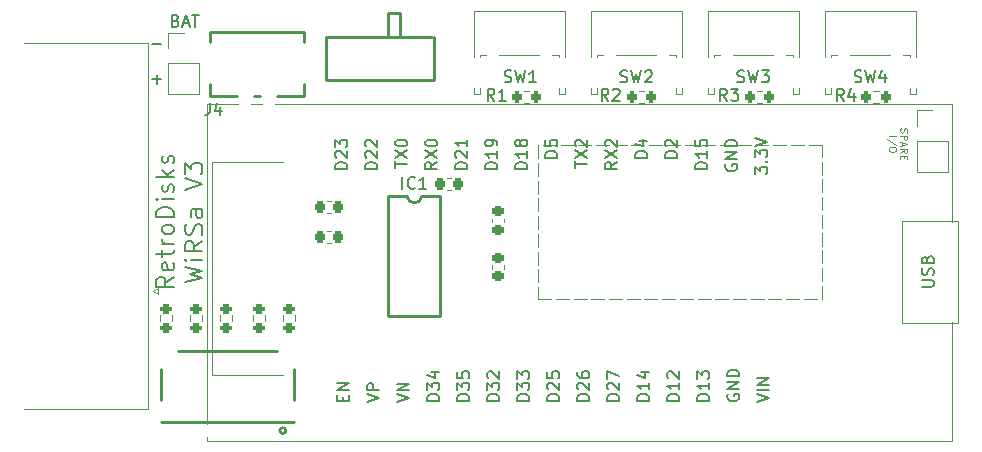
<source format=gto>
%TF.GenerationSoftware,KiCad,Pcbnew,7.0.11*%
%TF.CreationDate,2024-12-08T19:05:50-06:00*%
%TF.ProjectId,WiRSa,57695253-612e-46b6-9963-61645f706362,rev?*%
%TF.SameCoordinates,Original*%
%TF.FileFunction,Legend,Top*%
%TF.FilePolarity,Positive*%
%FSLAX46Y46*%
G04 Gerber Fmt 4.6, Leading zero omitted, Abs format (unit mm)*
G04 Created by KiCad (PCBNEW 7.0.11) date 2024-12-08 19:05:50*
%MOMM*%
%LPD*%
G01*
G04 APERTURE LIST*
G04 Aperture macros list*
%AMRoundRect*
0 Rectangle with rounded corners*
0 $1 Rounding radius*
0 $2 $3 $4 $5 $6 $7 $8 $9 X,Y pos of 4 corners*
0 Add a 4 corners polygon primitive as box body*
4,1,4,$2,$3,$4,$5,$6,$7,$8,$9,$2,$3,0*
0 Add four circle primitives for the rounded corners*
1,1,$1+$1,$2,$3*
1,1,$1+$1,$4,$5*
1,1,$1+$1,$6,$7*
1,1,$1+$1,$8,$9*
0 Add four rect primitives between the rounded corners*
20,1,$1+$1,$2,$3,$4,$5,0*
20,1,$1+$1,$4,$5,$6,$7,0*
20,1,$1+$1,$6,$7,$8,$9,0*
20,1,$1+$1,$8,$9,$2,$3,0*%
G04 Aperture macros list end*
%ADD10C,0.200000*%
%ADD11C,0.125000*%
%ADD12C,0.150000*%
%ADD13C,0.120000*%
%ADD14C,0.100000*%
%ADD15C,0.250000*%
%ADD16RoundRect,0.200000X-0.200000X-0.275000X0.200000X-0.275000X0.200000X0.275000X-0.200000X0.275000X0*%
%ADD17RoundRect,0.200000X0.200000X0.275000X-0.200000X0.275000X-0.200000X-0.275000X0.200000X-0.275000X0*%
%ADD18C,4.000000*%
%ADD19R,1.600000X1.600000*%
%ADD20C,1.600000*%
%ADD21RoundRect,0.225000X-0.250000X0.225000X-0.250000X-0.225000X0.250000X-0.225000X0.250000X0.225000X0*%
%ADD22R,1.200000X2.000000*%
%ADD23O,1.200000X2.000000*%
%ADD24R,1.000000X5.500000*%
%ADD25R,1.600000X3.000000*%
%ADD26R,1.700000X1.700000*%
%ADD27O,1.700000X1.700000*%
%ADD28R,0.700000X1.200000*%
%ADD29RoundRect,0.200000X-0.275000X0.200000X-0.275000X-0.200000X0.275000X-0.200000X0.275000X0.200000X0*%
%ADD30C,2.100000*%
%ADD31C,1.750000*%
%ADD32RoundRect,0.225000X0.225000X0.250000X-0.225000X0.250000X-0.225000X-0.250000X0.225000X-0.250000X0*%
%ADD33RoundRect,0.225000X-0.225000X-0.250000X0.225000X-0.250000X0.225000X0.250000X-0.225000X0.250000X0*%
%ADD34R,0.500000X1.000000*%
%ADD35R,1.300000X1.400000*%
%ADD36O,2.020000X0.360000*%
G04 APERTURE END LIST*
D10*
X57785673Y-76115266D02*
X58547578Y-76115266D01*
D11*
X121144500Y-83281999D02*
X121115928Y-83367714D01*
X121115928Y-83367714D02*
X121115928Y-83510571D01*
X121115928Y-83510571D02*
X121144500Y-83567714D01*
X121144500Y-83567714D02*
X121173071Y-83596285D01*
X121173071Y-83596285D02*
X121230214Y-83624856D01*
X121230214Y-83624856D02*
X121287357Y-83624856D01*
X121287357Y-83624856D02*
X121344500Y-83596285D01*
X121344500Y-83596285D02*
X121373071Y-83567714D01*
X121373071Y-83567714D02*
X121401642Y-83510571D01*
X121401642Y-83510571D02*
X121430214Y-83396285D01*
X121430214Y-83396285D02*
X121458785Y-83339142D01*
X121458785Y-83339142D02*
X121487357Y-83310571D01*
X121487357Y-83310571D02*
X121544500Y-83281999D01*
X121544500Y-83281999D02*
X121601642Y-83281999D01*
X121601642Y-83281999D02*
X121658785Y-83310571D01*
X121658785Y-83310571D02*
X121687357Y-83339142D01*
X121687357Y-83339142D02*
X121715928Y-83396285D01*
X121715928Y-83396285D02*
X121715928Y-83539142D01*
X121715928Y-83539142D02*
X121687357Y-83624856D01*
X121115928Y-83882000D02*
X121715928Y-83882000D01*
X121715928Y-83882000D02*
X121715928Y-84110571D01*
X121715928Y-84110571D02*
X121687357Y-84167714D01*
X121687357Y-84167714D02*
X121658785Y-84196285D01*
X121658785Y-84196285D02*
X121601642Y-84224857D01*
X121601642Y-84224857D02*
X121515928Y-84224857D01*
X121515928Y-84224857D02*
X121458785Y-84196285D01*
X121458785Y-84196285D02*
X121430214Y-84167714D01*
X121430214Y-84167714D02*
X121401642Y-84110571D01*
X121401642Y-84110571D02*
X121401642Y-83882000D01*
X121287357Y-84453428D02*
X121287357Y-84739143D01*
X121115928Y-84396285D02*
X121715928Y-84596285D01*
X121715928Y-84596285D02*
X121115928Y-84796285D01*
X121115928Y-85339143D02*
X121401642Y-85139143D01*
X121115928Y-84996286D02*
X121715928Y-84996286D01*
X121715928Y-84996286D02*
X121715928Y-85224857D01*
X121715928Y-85224857D02*
X121687357Y-85282000D01*
X121687357Y-85282000D02*
X121658785Y-85310571D01*
X121658785Y-85310571D02*
X121601642Y-85339143D01*
X121601642Y-85339143D02*
X121515928Y-85339143D01*
X121515928Y-85339143D02*
X121458785Y-85310571D01*
X121458785Y-85310571D02*
X121430214Y-85282000D01*
X121430214Y-85282000D02*
X121401642Y-85224857D01*
X121401642Y-85224857D02*
X121401642Y-84996286D01*
X121430214Y-85596286D02*
X121430214Y-85796286D01*
X121115928Y-85882000D02*
X121115928Y-85596286D01*
X121115928Y-85596286D02*
X121715928Y-85596286D01*
X121715928Y-85596286D02*
X121715928Y-85882000D01*
X120149928Y-83953429D02*
X120749928Y-83953429D01*
X120778500Y-84667714D02*
X120007071Y-84153428D01*
X120749928Y-84981999D02*
X120749928Y-85096285D01*
X120749928Y-85096285D02*
X120721357Y-85153428D01*
X120721357Y-85153428D02*
X120664214Y-85210571D01*
X120664214Y-85210571D02*
X120549928Y-85239142D01*
X120549928Y-85239142D02*
X120349928Y-85239142D01*
X120349928Y-85239142D02*
X120235642Y-85210571D01*
X120235642Y-85210571D02*
X120178500Y-85153428D01*
X120178500Y-85153428D02*
X120149928Y-85096285D01*
X120149928Y-85096285D02*
X120149928Y-84981999D01*
X120149928Y-84981999D02*
X120178500Y-84924857D01*
X120178500Y-84924857D02*
X120235642Y-84867714D01*
X120235642Y-84867714D02*
X120349928Y-84839142D01*
X120349928Y-84839142D02*
X120549928Y-84839142D01*
X120549928Y-84839142D02*
X120664214Y-84867714D01*
X120664214Y-84867714D02*
X120721357Y-84924857D01*
X120721357Y-84924857D02*
X120749928Y-84981999D01*
D10*
X57773673Y-79115266D02*
X58535578Y-79115266D01*
X58154625Y-79496219D02*
X58154625Y-78734314D01*
X59758006Y-74140409D02*
X59900863Y-74188028D01*
X59900863Y-74188028D02*
X59948482Y-74235647D01*
X59948482Y-74235647D02*
X59996101Y-74330885D01*
X59996101Y-74330885D02*
X59996101Y-74473742D01*
X59996101Y-74473742D02*
X59948482Y-74568980D01*
X59948482Y-74568980D02*
X59900863Y-74616600D01*
X59900863Y-74616600D02*
X59805625Y-74664219D01*
X59805625Y-74664219D02*
X59424673Y-74664219D01*
X59424673Y-74664219D02*
X59424673Y-73664219D01*
X59424673Y-73664219D02*
X59758006Y-73664219D01*
X59758006Y-73664219D02*
X59853244Y-73711838D01*
X59853244Y-73711838D02*
X59900863Y-73759457D01*
X59900863Y-73759457D02*
X59948482Y-73854695D01*
X59948482Y-73854695D02*
X59948482Y-73949933D01*
X59948482Y-73949933D02*
X59900863Y-74045171D01*
X59900863Y-74045171D02*
X59853244Y-74092790D01*
X59853244Y-74092790D02*
X59758006Y-74140409D01*
X59758006Y-74140409D02*
X59424673Y-74140409D01*
X60377054Y-74378504D02*
X60853244Y-74378504D01*
X60281816Y-74664219D02*
X60615149Y-73664219D01*
X60615149Y-73664219D02*
X60948482Y-74664219D01*
X61138959Y-73664219D02*
X61710387Y-73664219D01*
X61424673Y-74664219D02*
X61424673Y-73664219D01*
X59621028Y-95864571D02*
X58906742Y-96364571D01*
X59621028Y-96721714D02*
X58121028Y-96721714D01*
X58121028Y-96721714D02*
X58121028Y-96150285D01*
X58121028Y-96150285D02*
X58192457Y-96007428D01*
X58192457Y-96007428D02*
X58263885Y-95935999D01*
X58263885Y-95935999D02*
X58406742Y-95864571D01*
X58406742Y-95864571D02*
X58621028Y-95864571D01*
X58621028Y-95864571D02*
X58763885Y-95935999D01*
X58763885Y-95935999D02*
X58835314Y-96007428D01*
X58835314Y-96007428D02*
X58906742Y-96150285D01*
X58906742Y-96150285D02*
X58906742Y-96721714D01*
X59549600Y-94650285D02*
X59621028Y-94793142D01*
X59621028Y-94793142D02*
X59621028Y-95078857D01*
X59621028Y-95078857D02*
X59549600Y-95221714D01*
X59549600Y-95221714D02*
X59406742Y-95293142D01*
X59406742Y-95293142D02*
X58835314Y-95293142D01*
X58835314Y-95293142D02*
X58692457Y-95221714D01*
X58692457Y-95221714D02*
X58621028Y-95078857D01*
X58621028Y-95078857D02*
X58621028Y-94793142D01*
X58621028Y-94793142D02*
X58692457Y-94650285D01*
X58692457Y-94650285D02*
X58835314Y-94578857D01*
X58835314Y-94578857D02*
X58978171Y-94578857D01*
X58978171Y-94578857D02*
X59121028Y-95293142D01*
X58621028Y-94150285D02*
X58621028Y-93578857D01*
X58121028Y-93936000D02*
X59406742Y-93936000D01*
X59406742Y-93936000D02*
X59549600Y-93864571D01*
X59549600Y-93864571D02*
X59621028Y-93721714D01*
X59621028Y-93721714D02*
X59621028Y-93578857D01*
X59621028Y-93078857D02*
X58621028Y-93078857D01*
X58906742Y-93078857D02*
X58763885Y-93007428D01*
X58763885Y-93007428D02*
X58692457Y-92936000D01*
X58692457Y-92936000D02*
X58621028Y-92793142D01*
X58621028Y-92793142D02*
X58621028Y-92650285D01*
X59621028Y-91936000D02*
X59549600Y-92078857D01*
X59549600Y-92078857D02*
X59478171Y-92150286D01*
X59478171Y-92150286D02*
X59335314Y-92221714D01*
X59335314Y-92221714D02*
X58906742Y-92221714D01*
X58906742Y-92221714D02*
X58763885Y-92150286D01*
X58763885Y-92150286D02*
X58692457Y-92078857D01*
X58692457Y-92078857D02*
X58621028Y-91936000D01*
X58621028Y-91936000D02*
X58621028Y-91721714D01*
X58621028Y-91721714D02*
X58692457Y-91578857D01*
X58692457Y-91578857D02*
X58763885Y-91507429D01*
X58763885Y-91507429D02*
X58906742Y-91436000D01*
X58906742Y-91436000D02*
X59335314Y-91436000D01*
X59335314Y-91436000D02*
X59478171Y-91507429D01*
X59478171Y-91507429D02*
X59549600Y-91578857D01*
X59549600Y-91578857D02*
X59621028Y-91721714D01*
X59621028Y-91721714D02*
X59621028Y-91936000D01*
X59621028Y-90793143D02*
X58121028Y-90793143D01*
X58121028Y-90793143D02*
X58121028Y-90436000D01*
X58121028Y-90436000D02*
X58192457Y-90221714D01*
X58192457Y-90221714D02*
X58335314Y-90078857D01*
X58335314Y-90078857D02*
X58478171Y-90007428D01*
X58478171Y-90007428D02*
X58763885Y-89936000D01*
X58763885Y-89936000D02*
X58978171Y-89936000D01*
X58978171Y-89936000D02*
X59263885Y-90007428D01*
X59263885Y-90007428D02*
X59406742Y-90078857D01*
X59406742Y-90078857D02*
X59549600Y-90221714D01*
X59549600Y-90221714D02*
X59621028Y-90436000D01*
X59621028Y-90436000D02*
X59621028Y-90793143D01*
X59621028Y-89293143D02*
X58621028Y-89293143D01*
X58121028Y-89293143D02*
X58192457Y-89364571D01*
X58192457Y-89364571D02*
X58263885Y-89293143D01*
X58263885Y-89293143D02*
X58192457Y-89221714D01*
X58192457Y-89221714D02*
X58121028Y-89293143D01*
X58121028Y-89293143D02*
X58263885Y-89293143D01*
X59549600Y-88650285D02*
X59621028Y-88507428D01*
X59621028Y-88507428D02*
X59621028Y-88221714D01*
X59621028Y-88221714D02*
X59549600Y-88078857D01*
X59549600Y-88078857D02*
X59406742Y-88007428D01*
X59406742Y-88007428D02*
X59335314Y-88007428D01*
X59335314Y-88007428D02*
X59192457Y-88078857D01*
X59192457Y-88078857D02*
X59121028Y-88221714D01*
X59121028Y-88221714D02*
X59121028Y-88436000D01*
X59121028Y-88436000D02*
X59049600Y-88578857D01*
X59049600Y-88578857D02*
X58906742Y-88650285D01*
X58906742Y-88650285D02*
X58835314Y-88650285D01*
X58835314Y-88650285D02*
X58692457Y-88578857D01*
X58692457Y-88578857D02*
X58621028Y-88436000D01*
X58621028Y-88436000D02*
X58621028Y-88221714D01*
X58621028Y-88221714D02*
X58692457Y-88078857D01*
X59621028Y-87364571D02*
X58121028Y-87364571D01*
X59049600Y-87221714D02*
X59621028Y-86793142D01*
X58621028Y-86793142D02*
X59192457Y-87364571D01*
X59549600Y-86221713D02*
X59621028Y-86078856D01*
X59621028Y-86078856D02*
X59621028Y-85793142D01*
X59621028Y-85793142D02*
X59549600Y-85650285D01*
X59549600Y-85650285D02*
X59406742Y-85578856D01*
X59406742Y-85578856D02*
X59335314Y-85578856D01*
X59335314Y-85578856D02*
X59192457Y-85650285D01*
X59192457Y-85650285D02*
X59121028Y-85793142D01*
X59121028Y-85793142D02*
X59121028Y-86007428D01*
X59121028Y-86007428D02*
X59049600Y-86150285D01*
X59049600Y-86150285D02*
X58906742Y-86221713D01*
X58906742Y-86221713D02*
X58835314Y-86221713D01*
X58835314Y-86221713D02*
X58692457Y-86150285D01*
X58692457Y-86150285D02*
X58621028Y-86007428D01*
X58621028Y-86007428D02*
X58621028Y-85793142D01*
X58621028Y-85793142D02*
X58692457Y-85650285D01*
X60536028Y-96257428D02*
X62036028Y-95900285D01*
X62036028Y-95900285D02*
X60964600Y-95614571D01*
X60964600Y-95614571D02*
X62036028Y-95328856D01*
X62036028Y-95328856D02*
X60536028Y-94971714D01*
X62036028Y-94400285D02*
X61036028Y-94400285D01*
X60536028Y-94400285D02*
X60607457Y-94471713D01*
X60607457Y-94471713D02*
X60678885Y-94400285D01*
X60678885Y-94400285D02*
X60607457Y-94328856D01*
X60607457Y-94328856D02*
X60536028Y-94400285D01*
X60536028Y-94400285D02*
X60678885Y-94400285D01*
X62036028Y-92828856D02*
X61321742Y-93328856D01*
X62036028Y-93685999D02*
X60536028Y-93685999D01*
X60536028Y-93685999D02*
X60536028Y-93114570D01*
X60536028Y-93114570D02*
X60607457Y-92971713D01*
X60607457Y-92971713D02*
X60678885Y-92900284D01*
X60678885Y-92900284D02*
X60821742Y-92828856D01*
X60821742Y-92828856D02*
X61036028Y-92828856D01*
X61036028Y-92828856D02*
X61178885Y-92900284D01*
X61178885Y-92900284D02*
X61250314Y-92971713D01*
X61250314Y-92971713D02*
X61321742Y-93114570D01*
X61321742Y-93114570D02*
X61321742Y-93685999D01*
X61964600Y-92257427D02*
X62036028Y-92043142D01*
X62036028Y-92043142D02*
X62036028Y-91685999D01*
X62036028Y-91685999D02*
X61964600Y-91543142D01*
X61964600Y-91543142D02*
X61893171Y-91471713D01*
X61893171Y-91471713D02*
X61750314Y-91400284D01*
X61750314Y-91400284D02*
X61607457Y-91400284D01*
X61607457Y-91400284D02*
X61464600Y-91471713D01*
X61464600Y-91471713D02*
X61393171Y-91543142D01*
X61393171Y-91543142D02*
X61321742Y-91685999D01*
X61321742Y-91685999D02*
X61250314Y-91971713D01*
X61250314Y-91971713D02*
X61178885Y-92114570D01*
X61178885Y-92114570D02*
X61107457Y-92185999D01*
X61107457Y-92185999D02*
X60964600Y-92257427D01*
X60964600Y-92257427D02*
X60821742Y-92257427D01*
X60821742Y-92257427D02*
X60678885Y-92185999D01*
X60678885Y-92185999D02*
X60607457Y-92114570D01*
X60607457Y-92114570D02*
X60536028Y-91971713D01*
X60536028Y-91971713D02*
X60536028Y-91614570D01*
X60536028Y-91614570D02*
X60607457Y-91400284D01*
X62036028Y-90114571D02*
X61250314Y-90114571D01*
X61250314Y-90114571D02*
X61107457Y-90185999D01*
X61107457Y-90185999D02*
X61036028Y-90328856D01*
X61036028Y-90328856D02*
X61036028Y-90614571D01*
X61036028Y-90614571D02*
X61107457Y-90757428D01*
X61964600Y-90114571D02*
X62036028Y-90257428D01*
X62036028Y-90257428D02*
X62036028Y-90614571D01*
X62036028Y-90614571D02*
X61964600Y-90757428D01*
X61964600Y-90757428D02*
X61821742Y-90828856D01*
X61821742Y-90828856D02*
X61678885Y-90828856D01*
X61678885Y-90828856D02*
X61536028Y-90757428D01*
X61536028Y-90757428D02*
X61464600Y-90614571D01*
X61464600Y-90614571D02*
X61464600Y-90257428D01*
X61464600Y-90257428D02*
X61393171Y-90114571D01*
X60536028Y-88471713D02*
X62036028Y-87971713D01*
X62036028Y-87971713D02*
X60536028Y-87471713D01*
X60536028Y-87114571D02*
X60536028Y-86185999D01*
X60536028Y-86185999D02*
X61107457Y-86685999D01*
X61107457Y-86685999D02*
X61107457Y-86471714D01*
X61107457Y-86471714D02*
X61178885Y-86328857D01*
X61178885Y-86328857D02*
X61250314Y-86257428D01*
X61250314Y-86257428D02*
X61393171Y-86185999D01*
X61393171Y-86185999D02*
X61750314Y-86185999D01*
X61750314Y-86185999D02*
X61893171Y-86257428D01*
X61893171Y-86257428D02*
X61964600Y-86328857D01*
X61964600Y-86328857D02*
X62036028Y-86471714D01*
X62036028Y-86471714D02*
X62036028Y-86900285D01*
X62036028Y-86900285D02*
X61964600Y-87043142D01*
X61964600Y-87043142D02*
X61893171Y-87114571D01*
D12*
X86756333Y-80923319D02*
X86423000Y-80447128D01*
X86184905Y-80923319D02*
X86184905Y-79923319D01*
X86184905Y-79923319D02*
X86565857Y-79923319D01*
X86565857Y-79923319D02*
X86661095Y-79970938D01*
X86661095Y-79970938D02*
X86708714Y-80018557D01*
X86708714Y-80018557D02*
X86756333Y-80113795D01*
X86756333Y-80113795D02*
X86756333Y-80256652D01*
X86756333Y-80256652D02*
X86708714Y-80351890D01*
X86708714Y-80351890D02*
X86661095Y-80399509D01*
X86661095Y-80399509D02*
X86565857Y-80447128D01*
X86565857Y-80447128D02*
X86184905Y-80447128D01*
X87708714Y-80923319D02*
X87137286Y-80923319D01*
X87423000Y-80923319D02*
X87423000Y-79923319D01*
X87423000Y-79923319D02*
X87327762Y-80066176D01*
X87327762Y-80066176D02*
X87232524Y-80161414D01*
X87232524Y-80161414D02*
X87137286Y-80209033D01*
X116347333Y-80923319D02*
X116014000Y-80447128D01*
X115775905Y-80923319D02*
X115775905Y-79923319D01*
X115775905Y-79923319D02*
X116156857Y-79923319D01*
X116156857Y-79923319D02*
X116252095Y-79970938D01*
X116252095Y-79970938D02*
X116299714Y-80018557D01*
X116299714Y-80018557D02*
X116347333Y-80113795D01*
X116347333Y-80113795D02*
X116347333Y-80256652D01*
X116347333Y-80256652D02*
X116299714Y-80351890D01*
X116299714Y-80351890D02*
X116252095Y-80399509D01*
X116252095Y-80399509D02*
X116156857Y-80447128D01*
X116156857Y-80447128D02*
X115775905Y-80447128D01*
X117204476Y-80256652D02*
X117204476Y-80923319D01*
X116966381Y-79875700D02*
X116728286Y-80589985D01*
X116728286Y-80589985D02*
X117347333Y-80589985D01*
X76824344Y-86698922D02*
X75824344Y-86698922D01*
X75824344Y-86698922D02*
X75824344Y-86460827D01*
X75824344Y-86460827D02*
X75871963Y-86317970D01*
X75871963Y-86317970D02*
X75967201Y-86222732D01*
X75967201Y-86222732D02*
X76062439Y-86175113D01*
X76062439Y-86175113D02*
X76252915Y-86127494D01*
X76252915Y-86127494D02*
X76395772Y-86127494D01*
X76395772Y-86127494D02*
X76586248Y-86175113D01*
X76586248Y-86175113D02*
X76681486Y-86222732D01*
X76681486Y-86222732D02*
X76776725Y-86317970D01*
X76776725Y-86317970D02*
X76824344Y-86460827D01*
X76824344Y-86460827D02*
X76824344Y-86698922D01*
X75919582Y-85746541D02*
X75871963Y-85698922D01*
X75871963Y-85698922D02*
X75824344Y-85603684D01*
X75824344Y-85603684D02*
X75824344Y-85365589D01*
X75824344Y-85365589D02*
X75871963Y-85270351D01*
X75871963Y-85270351D02*
X75919582Y-85222732D01*
X75919582Y-85222732D02*
X76014820Y-85175113D01*
X76014820Y-85175113D02*
X76110058Y-85175113D01*
X76110058Y-85175113D02*
X76252915Y-85222732D01*
X76252915Y-85222732D02*
X76824344Y-85794160D01*
X76824344Y-85794160D02*
X76824344Y-85175113D01*
X75919582Y-84794160D02*
X75871963Y-84746541D01*
X75871963Y-84746541D02*
X75824344Y-84651303D01*
X75824344Y-84651303D02*
X75824344Y-84413208D01*
X75824344Y-84413208D02*
X75871963Y-84317970D01*
X75871963Y-84317970D02*
X75919582Y-84270351D01*
X75919582Y-84270351D02*
X76014820Y-84222732D01*
X76014820Y-84222732D02*
X76110058Y-84222732D01*
X76110058Y-84222732D02*
X76252915Y-84270351D01*
X76252915Y-84270351D02*
X76824344Y-84841779D01*
X76824344Y-84841779D02*
X76824344Y-84222732D01*
X84444344Y-86698922D02*
X83444344Y-86698922D01*
X83444344Y-86698922D02*
X83444344Y-86460827D01*
X83444344Y-86460827D02*
X83491963Y-86317970D01*
X83491963Y-86317970D02*
X83587201Y-86222732D01*
X83587201Y-86222732D02*
X83682439Y-86175113D01*
X83682439Y-86175113D02*
X83872915Y-86127494D01*
X83872915Y-86127494D02*
X84015772Y-86127494D01*
X84015772Y-86127494D02*
X84206248Y-86175113D01*
X84206248Y-86175113D02*
X84301486Y-86222732D01*
X84301486Y-86222732D02*
X84396725Y-86317970D01*
X84396725Y-86317970D02*
X84444344Y-86460827D01*
X84444344Y-86460827D02*
X84444344Y-86698922D01*
X83539582Y-85746541D02*
X83491963Y-85698922D01*
X83491963Y-85698922D02*
X83444344Y-85603684D01*
X83444344Y-85603684D02*
X83444344Y-85365589D01*
X83444344Y-85365589D02*
X83491963Y-85270351D01*
X83491963Y-85270351D02*
X83539582Y-85222732D01*
X83539582Y-85222732D02*
X83634820Y-85175113D01*
X83634820Y-85175113D02*
X83730058Y-85175113D01*
X83730058Y-85175113D02*
X83872915Y-85222732D01*
X83872915Y-85222732D02*
X84444344Y-85794160D01*
X84444344Y-85794160D02*
X84444344Y-85175113D01*
X84444344Y-84222732D02*
X84444344Y-84794160D01*
X84444344Y-84508446D02*
X83444344Y-84508446D01*
X83444344Y-84508446D02*
X83587201Y-84603684D01*
X83587201Y-84603684D02*
X83682439Y-84698922D01*
X83682439Y-84698922D02*
X83730058Y-84794160D01*
X84611816Y-106317231D02*
X83611816Y-106317231D01*
X83611816Y-106317231D02*
X83611816Y-106079136D01*
X83611816Y-106079136D02*
X83659435Y-105936279D01*
X83659435Y-105936279D02*
X83754673Y-105841041D01*
X83754673Y-105841041D02*
X83849911Y-105793422D01*
X83849911Y-105793422D02*
X84040387Y-105745803D01*
X84040387Y-105745803D02*
X84183244Y-105745803D01*
X84183244Y-105745803D02*
X84373720Y-105793422D01*
X84373720Y-105793422D02*
X84468958Y-105841041D01*
X84468958Y-105841041D02*
X84564197Y-105936279D01*
X84564197Y-105936279D02*
X84611816Y-106079136D01*
X84611816Y-106079136D02*
X84611816Y-106317231D01*
X83611816Y-105412469D02*
X83611816Y-104793422D01*
X83611816Y-104793422D02*
X83992768Y-105126755D01*
X83992768Y-105126755D02*
X83992768Y-104983898D01*
X83992768Y-104983898D02*
X84040387Y-104888660D01*
X84040387Y-104888660D02*
X84088006Y-104841041D01*
X84088006Y-104841041D02*
X84183244Y-104793422D01*
X84183244Y-104793422D02*
X84421339Y-104793422D01*
X84421339Y-104793422D02*
X84516577Y-104841041D01*
X84516577Y-104841041D02*
X84564197Y-104888660D01*
X84564197Y-104888660D02*
X84611816Y-104983898D01*
X84611816Y-104983898D02*
X84611816Y-105269612D01*
X84611816Y-105269612D02*
X84564197Y-105364850D01*
X84564197Y-105364850D02*
X84516577Y-105412469D01*
X83611816Y-103888660D02*
X83611816Y-104364850D01*
X83611816Y-104364850D02*
X84088006Y-104412469D01*
X84088006Y-104412469D02*
X84040387Y-104364850D01*
X84040387Y-104364850D02*
X83992768Y-104269612D01*
X83992768Y-104269612D02*
X83992768Y-104031517D01*
X83992768Y-104031517D02*
X84040387Y-103936279D01*
X84040387Y-103936279D02*
X84088006Y-103888660D01*
X84088006Y-103888660D02*
X84183244Y-103841041D01*
X84183244Y-103841041D02*
X84421339Y-103841041D01*
X84421339Y-103841041D02*
X84516577Y-103888660D01*
X84516577Y-103888660D02*
X84564197Y-103936279D01*
X84564197Y-103936279D02*
X84611816Y-104031517D01*
X84611816Y-104031517D02*
X84611816Y-104269612D01*
X84611816Y-104269612D02*
X84564197Y-104364850D01*
X84564197Y-104364850D02*
X84516577Y-104412469D01*
X104764344Y-86698922D02*
X103764344Y-86698922D01*
X103764344Y-86698922D02*
X103764344Y-86460827D01*
X103764344Y-86460827D02*
X103811963Y-86317970D01*
X103811963Y-86317970D02*
X103907201Y-86222732D01*
X103907201Y-86222732D02*
X104002439Y-86175113D01*
X104002439Y-86175113D02*
X104192915Y-86127494D01*
X104192915Y-86127494D02*
X104335772Y-86127494D01*
X104335772Y-86127494D02*
X104526248Y-86175113D01*
X104526248Y-86175113D02*
X104621486Y-86222732D01*
X104621486Y-86222732D02*
X104716725Y-86317970D01*
X104716725Y-86317970D02*
X104764344Y-86460827D01*
X104764344Y-86460827D02*
X104764344Y-86698922D01*
X104764344Y-85175113D02*
X104764344Y-85746541D01*
X104764344Y-85460827D02*
X103764344Y-85460827D01*
X103764344Y-85460827D02*
X103907201Y-85556065D01*
X103907201Y-85556065D02*
X104002439Y-85651303D01*
X104002439Y-85651303D02*
X104050058Y-85746541D01*
X103764344Y-84270351D02*
X103764344Y-84746541D01*
X103764344Y-84746541D02*
X104240534Y-84794160D01*
X104240534Y-84794160D02*
X104192915Y-84746541D01*
X104192915Y-84746541D02*
X104145296Y-84651303D01*
X104145296Y-84651303D02*
X104145296Y-84413208D01*
X104145296Y-84413208D02*
X104192915Y-84317970D01*
X104192915Y-84317970D02*
X104240534Y-84270351D01*
X104240534Y-84270351D02*
X104335772Y-84222732D01*
X104335772Y-84222732D02*
X104573867Y-84222732D01*
X104573867Y-84222732D02*
X104669105Y-84270351D01*
X104669105Y-84270351D02*
X104716725Y-84317970D01*
X104716725Y-84317970D02*
X104764344Y-84413208D01*
X104764344Y-84413208D02*
X104764344Y-84651303D01*
X104764344Y-84651303D02*
X104716725Y-84746541D01*
X104716725Y-84746541D02*
X104669105Y-84794160D01*
X89691816Y-106317231D02*
X88691816Y-106317231D01*
X88691816Y-106317231D02*
X88691816Y-106079136D01*
X88691816Y-106079136D02*
X88739435Y-105936279D01*
X88739435Y-105936279D02*
X88834673Y-105841041D01*
X88834673Y-105841041D02*
X88929911Y-105793422D01*
X88929911Y-105793422D02*
X89120387Y-105745803D01*
X89120387Y-105745803D02*
X89263244Y-105745803D01*
X89263244Y-105745803D02*
X89453720Y-105793422D01*
X89453720Y-105793422D02*
X89548958Y-105841041D01*
X89548958Y-105841041D02*
X89644197Y-105936279D01*
X89644197Y-105936279D02*
X89691816Y-106079136D01*
X89691816Y-106079136D02*
X89691816Y-106317231D01*
X88691816Y-105412469D02*
X88691816Y-104793422D01*
X88691816Y-104793422D02*
X89072768Y-105126755D01*
X89072768Y-105126755D02*
X89072768Y-104983898D01*
X89072768Y-104983898D02*
X89120387Y-104888660D01*
X89120387Y-104888660D02*
X89168006Y-104841041D01*
X89168006Y-104841041D02*
X89263244Y-104793422D01*
X89263244Y-104793422D02*
X89501339Y-104793422D01*
X89501339Y-104793422D02*
X89596577Y-104841041D01*
X89596577Y-104841041D02*
X89644197Y-104888660D01*
X89644197Y-104888660D02*
X89691816Y-104983898D01*
X89691816Y-104983898D02*
X89691816Y-105269612D01*
X89691816Y-105269612D02*
X89644197Y-105364850D01*
X89644197Y-105364850D02*
X89596577Y-105412469D01*
X88691816Y-104460088D02*
X88691816Y-103841041D01*
X88691816Y-103841041D02*
X89072768Y-104174374D01*
X89072768Y-104174374D02*
X89072768Y-104031517D01*
X89072768Y-104031517D02*
X89120387Y-103936279D01*
X89120387Y-103936279D02*
X89168006Y-103888660D01*
X89168006Y-103888660D02*
X89263244Y-103841041D01*
X89263244Y-103841041D02*
X89501339Y-103841041D01*
X89501339Y-103841041D02*
X89596577Y-103888660D01*
X89596577Y-103888660D02*
X89644197Y-103936279D01*
X89644197Y-103936279D02*
X89691816Y-104031517D01*
X89691816Y-104031517D02*
X89691816Y-104317231D01*
X89691816Y-104317231D02*
X89644197Y-104412469D01*
X89644197Y-104412469D02*
X89596577Y-104460088D01*
X75991816Y-106430088D02*
X76991816Y-106096755D01*
X76991816Y-106096755D02*
X75991816Y-105763422D01*
X76991816Y-105430088D02*
X75991816Y-105430088D01*
X75991816Y-105430088D02*
X75991816Y-105049136D01*
X75991816Y-105049136D02*
X76039435Y-104953898D01*
X76039435Y-104953898D02*
X76087054Y-104906279D01*
X76087054Y-104906279D02*
X76182292Y-104858660D01*
X76182292Y-104858660D02*
X76325149Y-104858660D01*
X76325149Y-104858660D02*
X76420387Y-104906279D01*
X76420387Y-104906279D02*
X76468006Y-104953898D01*
X76468006Y-104953898D02*
X76515625Y-105049136D01*
X76515625Y-105049136D02*
X76515625Y-105430088D01*
X106351963Y-86317970D02*
X106304344Y-86413208D01*
X106304344Y-86413208D02*
X106304344Y-86556065D01*
X106304344Y-86556065D02*
X106351963Y-86698922D01*
X106351963Y-86698922D02*
X106447201Y-86794160D01*
X106447201Y-86794160D02*
X106542439Y-86841779D01*
X106542439Y-86841779D02*
X106732915Y-86889398D01*
X106732915Y-86889398D02*
X106875772Y-86889398D01*
X106875772Y-86889398D02*
X107066248Y-86841779D01*
X107066248Y-86841779D02*
X107161486Y-86794160D01*
X107161486Y-86794160D02*
X107256725Y-86698922D01*
X107256725Y-86698922D02*
X107304344Y-86556065D01*
X107304344Y-86556065D02*
X107304344Y-86460827D01*
X107304344Y-86460827D02*
X107256725Y-86317970D01*
X107256725Y-86317970D02*
X107209105Y-86270351D01*
X107209105Y-86270351D02*
X106875772Y-86270351D01*
X106875772Y-86270351D02*
X106875772Y-86460827D01*
X107304344Y-85841779D02*
X106304344Y-85841779D01*
X106304344Y-85841779D02*
X107304344Y-85270351D01*
X107304344Y-85270351D02*
X106304344Y-85270351D01*
X107304344Y-84794160D02*
X106304344Y-84794160D01*
X106304344Y-84794160D02*
X106304344Y-84556065D01*
X106304344Y-84556065D02*
X106351963Y-84413208D01*
X106351963Y-84413208D02*
X106447201Y-84317970D01*
X106447201Y-84317970D02*
X106542439Y-84270351D01*
X106542439Y-84270351D02*
X106732915Y-84222732D01*
X106732915Y-84222732D02*
X106875772Y-84222732D01*
X106875772Y-84222732D02*
X107066248Y-84270351D01*
X107066248Y-84270351D02*
X107161486Y-84317970D01*
X107161486Y-84317970D02*
X107256725Y-84413208D01*
X107256725Y-84413208D02*
X107304344Y-84556065D01*
X107304344Y-84556065D02*
X107304344Y-84794160D01*
X78364344Y-86603684D02*
X78364344Y-86032256D01*
X79364344Y-86317970D02*
X78364344Y-86317970D01*
X78364344Y-85794160D02*
X79364344Y-85127494D01*
X78364344Y-85127494D02*
X79364344Y-85794160D01*
X78364344Y-84556065D02*
X78364344Y-84460827D01*
X78364344Y-84460827D02*
X78411963Y-84365589D01*
X78411963Y-84365589D02*
X78459582Y-84317970D01*
X78459582Y-84317970D02*
X78554820Y-84270351D01*
X78554820Y-84270351D02*
X78745296Y-84222732D01*
X78745296Y-84222732D02*
X78983391Y-84222732D01*
X78983391Y-84222732D02*
X79173867Y-84270351D01*
X79173867Y-84270351D02*
X79269105Y-84317970D01*
X79269105Y-84317970D02*
X79316725Y-84365589D01*
X79316725Y-84365589D02*
X79364344Y-84460827D01*
X79364344Y-84460827D02*
X79364344Y-84556065D01*
X79364344Y-84556065D02*
X79316725Y-84651303D01*
X79316725Y-84651303D02*
X79269105Y-84698922D01*
X79269105Y-84698922D02*
X79173867Y-84746541D01*
X79173867Y-84746541D02*
X78983391Y-84794160D01*
X78983391Y-84794160D02*
X78745296Y-84794160D01*
X78745296Y-84794160D02*
X78554820Y-84746541D01*
X78554820Y-84746541D02*
X78459582Y-84698922D01*
X78459582Y-84698922D02*
X78411963Y-84651303D01*
X78411963Y-84651303D02*
X78364344Y-84556065D01*
X97311816Y-106317231D02*
X96311816Y-106317231D01*
X96311816Y-106317231D02*
X96311816Y-106079136D01*
X96311816Y-106079136D02*
X96359435Y-105936279D01*
X96359435Y-105936279D02*
X96454673Y-105841041D01*
X96454673Y-105841041D02*
X96549911Y-105793422D01*
X96549911Y-105793422D02*
X96740387Y-105745803D01*
X96740387Y-105745803D02*
X96883244Y-105745803D01*
X96883244Y-105745803D02*
X97073720Y-105793422D01*
X97073720Y-105793422D02*
X97168958Y-105841041D01*
X97168958Y-105841041D02*
X97264197Y-105936279D01*
X97264197Y-105936279D02*
X97311816Y-106079136D01*
X97311816Y-106079136D02*
X97311816Y-106317231D01*
X96407054Y-105364850D02*
X96359435Y-105317231D01*
X96359435Y-105317231D02*
X96311816Y-105221993D01*
X96311816Y-105221993D02*
X96311816Y-104983898D01*
X96311816Y-104983898D02*
X96359435Y-104888660D01*
X96359435Y-104888660D02*
X96407054Y-104841041D01*
X96407054Y-104841041D02*
X96502292Y-104793422D01*
X96502292Y-104793422D02*
X96597530Y-104793422D01*
X96597530Y-104793422D02*
X96740387Y-104841041D01*
X96740387Y-104841041D02*
X97311816Y-105412469D01*
X97311816Y-105412469D02*
X97311816Y-104793422D01*
X96311816Y-104460088D02*
X96311816Y-103793422D01*
X96311816Y-103793422D02*
X97311816Y-104221993D01*
X92231816Y-106317231D02*
X91231816Y-106317231D01*
X91231816Y-106317231D02*
X91231816Y-106079136D01*
X91231816Y-106079136D02*
X91279435Y-105936279D01*
X91279435Y-105936279D02*
X91374673Y-105841041D01*
X91374673Y-105841041D02*
X91469911Y-105793422D01*
X91469911Y-105793422D02*
X91660387Y-105745803D01*
X91660387Y-105745803D02*
X91803244Y-105745803D01*
X91803244Y-105745803D02*
X91993720Y-105793422D01*
X91993720Y-105793422D02*
X92088958Y-105841041D01*
X92088958Y-105841041D02*
X92184197Y-105936279D01*
X92184197Y-105936279D02*
X92231816Y-106079136D01*
X92231816Y-106079136D02*
X92231816Y-106317231D01*
X91327054Y-105364850D02*
X91279435Y-105317231D01*
X91279435Y-105317231D02*
X91231816Y-105221993D01*
X91231816Y-105221993D02*
X91231816Y-104983898D01*
X91231816Y-104983898D02*
X91279435Y-104888660D01*
X91279435Y-104888660D02*
X91327054Y-104841041D01*
X91327054Y-104841041D02*
X91422292Y-104793422D01*
X91422292Y-104793422D02*
X91517530Y-104793422D01*
X91517530Y-104793422D02*
X91660387Y-104841041D01*
X91660387Y-104841041D02*
X92231816Y-105412469D01*
X92231816Y-105412469D02*
X92231816Y-104793422D01*
X91231816Y-103888660D02*
X91231816Y-104364850D01*
X91231816Y-104364850D02*
X91708006Y-104412469D01*
X91708006Y-104412469D02*
X91660387Y-104364850D01*
X91660387Y-104364850D02*
X91612768Y-104269612D01*
X91612768Y-104269612D02*
X91612768Y-104031517D01*
X91612768Y-104031517D02*
X91660387Y-103936279D01*
X91660387Y-103936279D02*
X91708006Y-103888660D01*
X91708006Y-103888660D02*
X91803244Y-103841041D01*
X91803244Y-103841041D02*
X92041339Y-103841041D01*
X92041339Y-103841041D02*
X92136577Y-103888660D01*
X92136577Y-103888660D02*
X92184197Y-103936279D01*
X92184197Y-103936279D02*
X92231816Y-104031517D01*
X92231816Y-104031517D02*
X92231816Y-104269612D01*
X92231816Y-104269612D02*
X92184197Y-104364850D01*
X92184197Y-104364850D02*
X92136577Y-104412469D01*
X104931816Y-106317231D02*
X103931816Y-106317231D01*
X103931816Y-106317231D02*
X103931816Y-106079136D01*
X103931816Y-106079136D02*
X103979435Y-105936279D01*
X103979435Y-105936279D02*
X104074673Y-105841041D01*
X104074673Y-105841041D02*
X104169911Y-105793422D01*
X104169911Y-105793422D02*
X104360387Y-105745803D01*
X104360387Y-105745803D02*
X104503244Y-105745803D01*
X104503244Y-105745803D02*
X104693720Y-105793422D01*
X104693720Y-105793422D02*
X104788958Y-105841041D01*
X104788958Y-105841041D02*
X104884197Y-105936279D01*
X104884197Y-105936279D02*
X104931816Y-106079136D01*
X104931816Y-106079136D02*
X104931816Y-106317231D01*
X104931816Y-104793422D02*
X104931816Y-105364850D01*
X104931816Y-105079136D02*
X103931816Y-105079136D01*
X103931816Y-105079136D02*
X104074673Y-105174374D01*
X104074673Y-105174374D02*
X104169911Y-105269612D01*
X104169911Y-105269612D02*
X104217530Y-105364850D01*
X103931816Y-104460088D02*
X103931816Y-103841041D01*
X103931816Y-103841041D02*
X104312768Y-104174374D01*
X104312768Y-104174374D02*
X104312768Y-104031517D01*
X104312768Y-104031517D02*
X104360387Y-103936279D01*
X104360387Y-103936279D02*
X104408006Y-103888660D01*
X104408006Y-103888660D02*
X104503244Y-103841041D01*
X104503244Y-103841041D02*
X104741339Y-103841041D01*
X104741339Y-103841041D02*
X104836577Y-103888660D01*
X104836577Y-103888660D02*
X104884197Y-103936279D01*
X104884197Y-103936279D02*
X104931816Y-104031517D01*
X104931816Y-104031517D02*
X104931816Y-104317231D01*
X104931816Y-104317231D02*
X104884197Y-104412469D01*
X104884197Y-104412469D02*
X104836577Y-104460088D01*
X92064344Y-85746541D02*
X91064344Y-85746541D01*
X91064344Y-85746541D02*
X91064344Y-85508446D01*
X91064344Y-85508446D02*
X91111963Y-85365589D01*
X91111963Y-85365589D02*
X91207201Y-85270351D01*
X91207201Y-85270351D02*
X91302439Y-85222732D01*
X91302439Y-85222732D02*
X91492915Y-85175113D01*
X91492915Y-85175113D02*
X91635772Y-85175113D01*
X91635772Y-85175113D02*
X91826248Y-85222732D01*
X91826248Y-85222732D02*
X91921486Y-85270351D01*
X91921486Y-85270351D02*
X92016725Y-85365589D01*
X92016725Y-85365589D02*
X92064344Y-85508446D01*
X92064344Y-85508446D02*
X92064344Y-85746541D01*
X91064344Y-84270351D02*
X91064344Y-84746541D01*
X91064344Y-84746541D02*
X91540534Y-84794160D01*
X91540534Y-84794160D02*
X91492915Y-84746541D01*
X91492915Y-84746541D02*
X91445296Y-84651303D01*
X91445296Y-84651303D02*
X91445296Y-84413208D01*
X91445296Y-84413208D02*
X91492915Y-84317970D01*
X91492915Y-84317970D02*
X91540534Y-84270351D01*
X91540534Y-84270351D02*
X91635772Y-84222732D01*
X91635772Y-84222732D02*
X91873867Y-84222732D01*
X91873867Y-84222732D02*
X91969105Y-84270351D01*
X91969105Y-84270351D02*
X92016725Y-84317970D01*
X92016725Y-84317970D02*
X92064344Y-84413208D01*
X92064344Y-84413208D02*
X92064344Y-84651303D01*
X92064344Y-84651303D02*
X92016725Y-84746541D01*
X92016725Y-84746541D02*
X91969105Y-84794160D01*
X99851816Y-106317231D02*
X98851816Y-106317231D01*
X98851816Y-106317231D02*
X98851816Y-106079136D01*
X98851816Y-106079136D02*
X98899435Y-105936279D01*
X98899435Y-105936279D02*
X98994673Y-105841041D01*
X98994673Y-105841041D02*
X99089911Y-105793422D01*
X99089911Y-105793422D02*
X99280387Y-105745803D01*
X99280387Y-105745803D02*
X99423244Y-105745803D01*
X99423244Y-105745803D02*
X99613720Y-105793422D01*
X99613720Y-105793422D02*
X99708958Y-105841041D01*
X99708958Y-105841041D02*
X99804197Y-105936279D01*
X99804197Y-105936279D02*
X99851816Y-106079136D01*
X99851816Y-106079136D02*
X99851816Y-106317231D01*
X99851816Y-104793422D02*
X99851816Y-105364850D01*
X99851816Y-105079136D02*
X98851816Y-105079136D01*
X98851816Y-105079136D02*
X98994673Y-105174374D01*
X98994673Y-105174374D02*
X99089911Y-105269612D01*
X99089911Y-105269612D02*
X99137530Y-105364850D01*
X99185149Y-103936279D02*
X99851816Y-103936279D01*
X98804197Y-104174374D02*
X99518482Y-104412469D01*
X99518482Y-104412469D02*
X99518482Y-103793422D01*
X82071816Y-106317231D02*
X81071816Y-106317231D01*
X81071816Y-106317231D02*
X81071816Y-106079136D01*
X81071816Y-106079136D02*
X81119435Y-105936279D01*
X81119435Y-105936279D02*
X81214673Y-105841041D01*
X81214673Y-105841041D02*
X81309911Y-105793422D01*
X81309911Y-105793422D02*
X81500387Y-105745803D01*
X81500387Y-105745803D02*
X81643244Y-105745803D01*
X81643244Y-105745803D02*
X81833720Y-105793422D01*
X81833720Y-105793422D02*
X81928958Y-105841041D01*
X81928958Y-105841041D02*
X82024197Y-105936279D01*
X82024197Y-105936279D02*
X82071816Y-106079136D01*
X82071816Y-106079136D02*
X82071816Y-106317231D01*
X81071816Y-105412469D02*
X81071816Y-104793422D01*
X81071816Y-104793422D02*
X81452768Y-105126755D01*
X81452768Y-105126755D02*
X81452768Y-104983898D01*
X81452768Y-104983898D02*
X81500387Y-104888660D01*
X81500387Y-104888660D02*
X81548006Y-104841041D01*
X81548006Y-104841041D02*
X81643244Y-104793422D01*
X81643244Y-104793422D02*
X81881339Y-104793422D01*
X81881339Y-104793422D02*
X81976577Y-104841041D01*
X81976577Y-104841041D02*
X82024197Y-104888660D01*
X82024197Y-104888660D02*
X82071816Y-104983898D01*
X82071816Y-104983898D02*
X82071816Y-105269612D01*
X82071816Y-105269612D02*
X82024197Y-105364850D01*
X82024197Y-105364850D02*
X81976577Y-105412469D01*
X81405149Y-103936279D02*
X82071816Y-103936279D01*
X81024197Y-104174374D02*
X81738482Y-104412469D01*
X81738482Y-104412469D02*
X81738482Y-103793422D01*
X87151816Y-106317231D02*
X86151816Y-106317231D01*
X86151816Y-106317231D02*
X86151816Y-106079136D01*
X86151816Y-106079136D02*
X86199435Y-105936279D01*
X86199435Y-105936279D02*
X86294673Y-105841041D01*
X86294673Y-105841041D02*
X86389911Y-105793422D01*
X86389911Y-105793422D02*
X86580387Y-105745803D01*
X86580387Y-105745803D02*
X86723244Y-105745803D01*
X86723244Y-105745803D02*
X86913720Y-105793422D01*
X86913720Y-105793422D02*
X87008958Y-105841041D01*
X87008958Y-105841041D02*
X87104197Y-105936279D01*
X87104197Y-105936279D02*
X87151816Y-106079136D01*
X87151816Y-106079136D02*
X87151816Y-106317231D01*
X86151816Y-105412469D02*
X86151816Y-104793422D01*
X86151816Y-104793422D02*
X86532768Y-105126755D01*
X86532768Y-105126755D02*
X86532768Y-104983898D01*
X86532768Y-104983898D02*
X86580387Y-104888660D01*
X86580387Y-104888660D02*
X86628006Y-104841041D01*
X86628006Y-104841041D02*
X86723244Y-104793422D01*
X86723244Y-104793422D02*
X86961339Y-104793422D01*
X86961339Y-104793422D02*
X87056577Y-104841041D01*
X87056577Y-104841041D02*
X87104197Y-104888660D01*
X87104197Y-104888660D02*
X87151816Y-104983898D01*
X87151816Y-104983898D02*
X87151816Y-105269612D01*
X87151816Y-105269612D02*
X87104197Y-105364850D01*
X87104197Y-105364850D02*
X87056577Y-105412469D01*
X86247054Y-104412469D02*
X86199435Y-104364850D01*
X86199435Y-104364850D02*
X86151816Y-104269612D01*
X86151816Y-104269612D02*
X86151816Y-104031517D01*
X86151816Y-104031517D02*
X86199435Y-103936279D01*
X86199435Y-103936279D02*
X86247054Y-103888660D01*
X86247054Y-103888660D02*
X86342292Y-103841041D01*
X86342292Y-103841041D02*
X86437530Y-103841041D01*
X86437530Y-103841041D02*
X86580387Y-103888660D01*
X86580387Y-103888660D02*
X87151816Y-104460088D01*
X87151816Y-104460088D02*
X87151816Y-103841041D01*
X106519435Y-105793422D02*
X106471816Y-105888660D01*
X106471816Y-105888660D02*
X106471816Y-106031517D01*
X106471816Y-106031517D02*
X106519435Y-106174374D01*
X106519435Y-106174374D02*
X106614673Y-106269612D01*
X106614673Y-106269612D02*
X106709911Y-106317231D01*
X106709911Y-106317231D02*
X106900387Y-106364850D01*
X106900387Y-106364850D02*
X107043244Y-106364850D01*
X107043244Y-106364850D02*
X107233720Y-106317231D01*
X107233720Y-106317231D02*
X107328958Y-106269612D01*
X107328958Y-106269612D02*
X107424197Y-106174374D01*
X107424197Y-106174374D02*
X107471816Y-106031517D01*
X107471816Y-106031517D02*
X107471816Y-105936279D01*
X107471816Y-105936279D02*
X107424197Y-105793422D01*
X107424197Y-105793422D02*
X107376577Y-105745803D01*
X107376577Y-105745803D02*
X107043244Y-105745803D01*
X107043244Y-105745803D02*
X107043244Y-105936279D01*
X107471816Y-105317231D02*
X106471816Y-105317231D01*
X106471816Y-105317231D02*
X107471816Y-104745803D01*
X107471816Y-104745803D02*
X106471816Y-104745803D01*
X107471816Y-104269612D02*
X106471816Y-104269612D01*
X106471816Y-104269612D02*
X106471816Y-104031517D01*
X106471816Y-104031517D02*
X106519435Y-103888660D01*
X106519435Y-103888660D02*
X106614673Y-103793422D01*
X106614673Y-103793422D02*
X106709911Y-103745803D01*
X106709911Y-103745803D02*
X106900387Y-103698184D01*
X106900387Y-103698184D02*
X107043244Y-103698184D01*
X107043244Y-103698184D02*
X107233720Y-103745803D01*
X107233720Y-103745803D02*
X107328958Y-103793422D01*
X107328958Y-103793422D02*
X107424197Y-103888660D01*
X107424197Y-103888660D02*
X107471816Y-104031517D01*
X107471816Y-104031517D02*
X107471816Y-104269612D01*
X97144344Y-86127494D02*
X96668153Y-86460827D01*
X97144344Y-86698922D02*
X96144344Y-86698922D01*
X96144344Y-86698922D02*
X96144344Y-86317970D01*
X96144344Y-86317970D02*
X96191963Y-86222732D01*
X96191963Y-86222732D02*
X96239582Y-86175113D01*
X96239582Y-86175113D02*
X96334820Y-86127494D01*
X96334820Y-86127494D02*
X96477677Y-86127494D01*
X96477677Y-86127494D02*
X96572915Y-86175113D01*
X96572915Y-86175113D02*
X96620534Y-86222732D01*
X96620534Y-86222732D02*
X96668153Y-86317970D01*
X96668153Y-86317970D02*
X96668153Y-86698922D01*
X96144344Y-85794160D02*
X97144344Y-85127494D01*
X96144344Y-85127494D02*
X97144344Y-85794160D01*
X96239582Y-84794160D02*
X96191963Y-84746541D01*
X96191963Y-84746541D02*
X96144344Y-84651303D01*
X96144344Y-84651303D02*
X96144344Y-84413208D01*
X96144344Y-84413208D02*
X96191963Y-84317970D01*
X96191963Y-84317970D02*
X96239582Y-84270351D01*
X96239582Y-84270351D02*
X96334820Y-84222732D01*
X96334820Y-84222732D02*
X96430058Y-84222732D01*
X96430058Y-84222732D02*
X96572915Y-84270351D01*
X96572915Y-84270351D02*
X97144344Y-84841779D01*
X97144344Y-84841779D02*
X97144344Y-84222732D01*
X78531816Y-106460088D02*
X79531816Y-106126755D01*
X79531816Y-106126755D02*
X78531816Y-105793422D01*
X79531816Y-105460088D02*
X78531816Y-105460088D01*
X78531816Y-105460088D02*
X79531816Y-104888660D01*
X79531816Y-104888660D02*
X78531816Y-104888660D01*
X93604344Y-86603684D02*
X93604344Y-86032256D01*
X94604344Y-86317970D02*
X93604344Y-86317970D01*
X93604344Y-85794160D02*
X94604344Y-85127494D01*
X93604344Y-85127494D02*
X94604344Y-85794160D01*
X93699582Y-84794160D02*
X93651963Y-84746541D01*
X93651963Y-84746541D02*
X93604344Y-84651303D01*
X93604344Y-84651303D02*
X93604344Y-84413208D01*
X93604344Y-84413208D02*
X93651963Y-84317970D01*
X93651963Y-84317970D02*
X93699582Y-84270351D01*
X93699582Y-84270351D02*
X93794820Y-84222732D01*
X93794820Y-84222732D02*
X93890058Y-84222732D01*
X93890058Y-84222732D02*
X94032915Y-84270351D01*
X94032915Y-84270351D02*
X94604344Y-84841779D01*
X94604344Y-84841779D02*
X94604344Y-84222732D01*
X102224344Y-85746541D02*
X101224344Y-85746541D01*
X101224344Y-85746541D02*
X101224344Y-85508446D01*
X101224344Y-85508446D02*
X101271963Y-85365589D01*
X101271963Y-85365589D02*
X101367201Y-85270351D01*
X101367201Y-85270351D02*
X101462439Y-85222732D01*
X101462439Y-85222732D02*
X101652915Y-85175113D01*
X101652915Y-85175113D02*
X101795772Y-85175113D01*
X101795772Y-85175113D02*
X101986248Y-85222732D01*
X101986248Y-85222732D02*
X102081486Y-85270351D01*
X102081486Y-85270351D02*
X102176725Y-85365589D01*
X102176725Y-85365589D02*
X102224344Y-85508446D01*
X102224344Y-85508446D02*
X102224344Y-85746541D01*
X101319582Y-84794160D02*
X101271963Y-84746541D01*
X101271963Y-84746541D02*
X101224344Y-84651303D01*
X101224344Y-84651303D02*
X101224344Y-84413208D01*
X101224344Y-84413208D02*
X101271963Y-84317970D01*
X101271963Y-84317970D02*
X101319582Y-84270351D01*
X101319582Y-84270351D02*
X101414820Y-84222732D01*
X101414820Y-84222732D02*
X101510058Y-84222732D01*
X101510058Y-84222732D02*
X101652915Y-84270351D01*
X101652915Y-84270351D02*
X102224344Y-84841779D01*
X102224344Y-84841779D02*
X102224344Y-84222732D01*
X102391816Y-106317231D02*
X101391816Y-106317231D01*
X101391816Y-106317231D02*
X101391816Y-106079136D01*
X101391816Y-106079136D02*
X101439435Y-105936279D01*
X101439435Y-105936279D02*
X101534673Y-105841041D01*
X101534673Y-105841041D02*
X101629911Y-105793422D01*
X101629911Y-105793422D02*
X101820387Y-105745803D01*
X101820387Y-105745803D02*
X101963244Y-105745803D01*
X101963244Y-105745803D02*
X102153720Y-105793422D01*
X102153720Y-105793422D02*
X102248958Y-105841041D01*
X102248958Y-105841041D02*
X102344197Y-105936279D01*
X102344197Y-105936279D02*
X102391816Y-106079136D01*
X102391816Y-106079136D02*
X102391816Y-106317231D01*
X102391816Y-104793422D02*
X102391816Y-105364850D01*
X102391816Y-105079136D02*
X101391816Y-105079136D01*
X101391816Y-105079136D02*
X101534673Y-105174374D01*
X101534673Y-105174374D02*
X101629911Y-105269612D01*
X101629911Y-105269612D02*
X101677530Y-105364850D01*
X101487054Y-104412469D02*
X101439435Y-104364850D01*
X101439435Y-104364850D02*
X101391816Y-104269612D01*
X101391816Y-104269612D02*
X101391816Y-104031517D01*
X101391816Y-104031517D02*
X101439435Y-103936279D01*
X101439435Y-103936279D02*
X101487054Y-103888660D01*
X101487054Y-103888660D02*
X101582292Y-103841041D01*
X101582292Y-103841041D02*
X101677530Y-103841041D01*
X101677530Y-103841041D02*
X101820387Y-103888660D01*
X101820387Y-103888660D02*
X102391816Y-104460088D01*
X102391816Y-104460088D02*
X102391816Y-103841041D01*
X99684344Y-85746541D02*
X98684344Y-85746541D01*
X98684344Y-85746541D02*
X98684344Y-85508446D01*
X98684344Y-85508446D02*
X98731963Y-85365589D01*
X98731963Y-85365589D02*
X98827201Y-85270351D01*
X98827201Y-85270351D02*
X98922439Y-85222732D01*
X98922439Y-85222732D02*
X99112915Y-85175113D01*
X99112915Y-85175113D02*
X99255772Y-85175113D01*
X99255772Y-85175113D02*
X99446248Y-85222732D01*
X99446248Y-85222732D02*
X99541486Y-85270351D01*
X99541486Y-85270351D02*
X99636725Y-85365589D01*
X99636725Y-85365589D02*
X99684344Y-85508446D01*
X99684344Y-85508446D02*
X99684344Y-85746541D01*
X99017677Y-84317970D02*
X99684344Y-84317970D01*
X98636725Y-84556065D02*
X99351010Y-84794160D01*
X99351010Y-84794160D02*
X99351010Y-84175113D01*
X94771816Y-106317231D02*
X93771816Y-106317231D01*
X93771816Y-106317231D02*
X93771816Y-106079136D01*
X93771816Y-106079136D02*
X93819435Y-105936279D01*
X93819435Y-105936279D02*
X93914673Y-105841041D01*
X93914673Y-105841041D02*
X94009911Y-105793422D01*
X94009911Y-105793422D02*
X94200387Y-105745803D01*
X94200387Y-105745803D02*
X94343244Y-105745803D01*
X94343244Y-105745803D02*
X94533720Y-105793422D01*
X94533720Y-105793422D02*
X94628958Y-105841041D01*
X94628958Y-105841041D02*
X94724197Y-105936279D01*
X94724197Y-105936279D02*
X94771816Y-106079136D01*
X94771816Y-106079136D02*
X94771816Y-106317231D01*
X93867054Y-105364850D02*
X93819435Y-105317231D01*
X93819435Y-105317231D02*
X93771816Y-105221993D01*
X93771816Y-105221993D02*
X93771816Y-104983898D01*
X93771816Y-104983898D02*
X93819435Y-104888660D01*
X93819435Y-104888660D02*
X93867054Y-104841041D01*
X93867054Y-104841041D02*
X93962292Y-104793422D01*
X93962292Y-104793422D02*
X94057530Y-104793422D01*
X94057530Y-104793422D02*
X94200387Y-104841041D01*
X94200387Y-104841041D02*
X94771816Y-105412469D01*
X94771816Y-105412469D02*
X94771816Y-104793422D01*
X93771816Y-103936279D02*
X93771816Y-104126755D01*
X93771816Y-104126755D02*
X93819435Y-104221993D01*
X93819435Y-104221993D02*
X93867054Y-104269612D01*
X93867054Y-104269612D02*
X94009911Y-104364850D01*
X94009911Y-104364850D02*
X94200387Y-104412469D01*
X94200387Y-104412469D02*
X94581339Y-104412469D01*
X94581339Y-104412469D02*
X94676577Y-104364850D01*
X94676577Y-104364850D02*
X94724197Y-104317231D01*
X94724197Y-104317231D02*
X94771816Y-104221993D01*
X94771816Y-104221993D02*
X94771816Y-104031517D01*
X94771816Y-104031517D02*
X94724197Y-103936279D01*
X94724197Y-103936279D02*
X94676577Y-103888660D01*
X94676577Y-103888660D02*
X94581339Y-103841041D01*
X94581339Y-103841041D02*
X94343244Y-103841041D01*
X94343244Y-103841041D02*
X94248006Y-103888660D01*
X94248006Y-103888660D02*
X94200387Y-103936279D01*
X94200387Y-103936279D02*
X94152768Y-104031517D01*
X94152768Y-104031517D02*
X94152768Y-104221993D01*
X94152768Y-104221993D02*
X94200387Y-104317231D01*
X94200387Y-104317231D02*
X94248006Y-104364850D01*
X94248006Y-104364850D02*
X94343244Y-104412469D01*
X81904344Y-86127494D02*
X81428153Y-86460827D01*
X81904344Y-86698922D02*
X80904344Y-86698922D01*
X80904344Y-86698922D02*
X80904344Y-86317970D01*
X80904344Y-86317970D02*
X80951963Y-86222732D01*
X80951963Y-86222732D02*
X80999582Y-86175113D01*
X80999582Y-86175113D02*
X81094820Y-86127494D01*
X81094820Y-86127494D02*
X81237677Y-86127494D01*
X81237677Y-86127494D02*
X81332915Y-86175113D01*
X81332915Y-86175113D02*
X81380534Y-86222732D01*
X81380534Y-86222732D02*
X81428153Y-86317970D01*
X81428153Y-86317970D02*
X81428153Y-86698922D01*
X80904344Y-85794160D02*
X81904344Y-85127494D01*
X80904344Y-85127494D02*
X81904344Y-85794160D01*
X80904344Y-84556065D02*
X80904344Y-84460827D01*
X80904344Y-84460827D02*
X80951963Y-84365589D01*
X80951963Y-84365589D02*
X80999582Y-84317970D01*
X80999582Y-84317970D02*
X81094820Y-84270351D01*
X81094820Y-84270351D02*
X81285296Y-84222732D01*
X81285296Y-84222732D02*
X81523391Y-84222732D01*
X81523391Y-84222732D02*
X81713867Y-84270351D01*
X81713867Y-84270351D02*
X81809105Y-84317970D01*
X81809105Y-84317970D02*
X81856725Y-84365589D01*
X81856725Y-84365589D02*
X81904344Y-84460827D01*
X81904344Y-84460827D02*
X81904344Y-84556065D01*
X81904344Y-84556065D02*
X81856725Y-84651303D01*
X81856725Y-84651303D02*
X81809105Y-84698922D01*
X81809105Y-84698922D02*
X81713867Y-84746541D01*
X81713867Y-84746541D02*
X81523391Y-84794160D01*
X81523391Y-84794160D02*
X81285296Y-84794160D01*
X81285296Y-84794160D02*
X81094820Y-84746541D01*
X81094820Y-84746541D02*
X80999582Y-84698922D01*
X80999582Y-84698922D02*
X80951963Y-84651303D01*
X80951963Y-84651303D02*
X80904344Y-84556065D01*
X109011816Y-106460088D02*
X110011816Y-106126755D01*
X110011816Y-106126755D02*
X109011816Y-105793422D01*
X110011816Y-105460088D02*
X109011816Y-105460088D01*
X110011816Y-104983898D02*
X109011816Y-104983898D01*
X109011816Y-104983898D02*
X110011816Y-104412470D01*
X110011816Y-104412470D02*
X109011816Y-104412470D01*
X73928006Y-106317231D02*
X73928006Y-105983898D01*
X74451816Y-105841041D02*
X74451816Y-106317231D01*
X74451816Y-106317231D02*
X73451816Y-106317231D01*
X73451816Y-106317231D02*
X73451816Y-105841041D01*
X74451816Y-105412469D02*
X73451816Y-105412469D01*
X73451816Y-105412469D02*
X74451816Y-104841041D01*
X74451816Y-104841041D02*
X73451816Y-104841041D01*
X86984344Y-86698922D02*
X85984344Y-86698922D01*
X85984344Y-86698922D02*
X85984344Y-86460827D01*
X85984344Y-86460827D02*
X86031963Y-86317970D01*
X86031963Y-86317970D02*
X86127201Y-86222732D01*
X86127201Y-86222732D02*
X86222439Y-86175113D01*
X86222439Y-86175113D02*
X86412915Y-86127494D01*
X86412915Y-86127494D02*
X86555772Y-86127494D01*
X86555772Y-86127494D02*
X86746248Y-86175113D01*
X86746248Y-86175113D02*
X86841486Y-86222732D01*
X86841486Y-86222732D02*
X86936725Y-86317970D01*
X86936725Y-86317970D02*
X86984344Y-86460827D01*
X86984344Y-86460827D02*
X86984344Y-86698922D01*
X86984344Y-85175113D02*
X86984344Y-85746541D01*
X86984344Y-85460827D02*
X85984344Y-85460827D01*
X85984344Y-85460827D02*
X86127201Y-85556065D01*
X86127201Y-85556065D02*
X86222439Y-85651303D01*
X86222439Y-85651303D02*
X86270058Y-85746541D01*
X86984344Y-84698922D02*
X86984344Y-84508446D01*
X86984344Y-84508446D02*
X86936725Y-84413208D01*
X86936725Y-84413208D02*
X86889105Y-84365589D01*
X86889105Y-84365589D02*
X86746248Y-84270351D01*
X86746248Y-84270351D02*
X86555772Y-84222732D01*
X86555772Y-84222732D02*
X86174820Y-84222732D01*
X86174820Y-84222732D02*
X86079582Y-84270351D01*
X86079582Y-84270351D02*
X86031963Y-84317970D01*
X86031963Y-84317970D02*
X85984344Y-84413208D01*
X85984344Y-84413208D02*
X85984344Y-84603684D01*
X85984344Y-84603684D02*
X86031963Y-84698922D01*
X86031963Y-84698922D02*
X86079582Y-84746541D01*
X86079582Y-84746541D02*
X86174820Y-84794160D01*
X86174820Y-84794160D02*
X86412915Y-84794160D01*
X86412915Y-84794160D02*
X86508153Y-84746541D01*
X86508153Y-84746541D02*
X86555772Y-84698922D01*
X86555772Y-84698922D02*
X86603391Y-84603684D01*
X86603391Y-84603684D02*
X86603391Y-84413208D01*
X86603391Y-84413208D02*
X86555772Y-84317970D01*
X86555772Y-84317970D02*
X86508153Y-84270351D01*
X86508153Y-84270351D02*
X86412915Y-84222732D01*
X74284344Y-86698922D02*
X73284344Y-86698922D01*
X73284344Y-86698922D02*
X73284344Y-86460827D01*
X73284344Y-86460827D02*
X73331963Y-86317970D01*
X73331963Y-86317970D02*
X73427201Y-86222732D01*
X73427201Y-86222732D02*
X73522439Y-86175113D01*
X73522439Y-86175113D02*
X73712915Y-86127494D01*
X73712915Y-86127494D02*
X73855772Y-86127494D01*
X73855772Y-86127494D02*
X74046248Y-86175113D01*
X74046248Y-86175113D02*
X74141486Y-86222732D01*
X74141486Y-86222732D02*
X74236725Y-86317970D01*
X74236725Y-86317970D02*
X74284344Y-86460827D01*
X74284344Y-86460827D02*
X74284344Y-86698922D01*
X73379582Y-85746541D02*
X73331963Y-85698922D01*
X73331963Y-85698922D02*
X73284344Y-85603684D01*
X73284344Y-85603684D02*
X73284344Y-85365589D01*
X73284344Y-85365589D02*
X73331963Y-85270351D01*
X73331963Y-85270351D02*
X73379582Y-85222732D01*
X73379582Y-85222732D02*
X73474820Y-85175113D01*
X73474820Y-85175113D02*
X73570058Y-85175113D01*
X73570058Y-85175113D02*
X73712915Y-85222732D01*
X73712915Y-85222732D02*
X74284344Y-85794160D01*
X74284344Y-85794160D02*
X74284344Y-85175113D01*
X73284344Y-84841779D02*
X73284344Y-84222732D01*
X73284344Y-84222732D02*
X73665296Y-84556065D01*
X73665296Y-84556065D02*
X73665296Y-84413208D01*
X73665296Y-84413208D02*
X73712915Y-84317970D01*
X73712915Y-84317970D02*
X73760534Y-84270351D01*
X73760534Y-84270351D02*
X73855772Y-84222732D01*
X73855772Y-84222732D02*
X74093867Y-84222732D01*
X74093867Y-84222732D02*
X74189105Y-84270351D01*
X74189105Y-84270351D02*
X74236725Y-84317970D01*
X74236725Y-84317970D02*
X74284344Y-84413208D01*
X74284344Y-84413208D02*
X74284344Y-84698922D01*
X74284344Y-84698922D02*
X74236725Y-84794160D01*
X74236725Y-84794160D02*
X74189105Y-84841779D01*
X89524344Y-86698922D02*
X88524344Y-86698922D01*
X88524344Y-86698922D02*
X88524344Y-86460827D01*
X88524344Y-86460827D02*
X88571963Y-86317970D01*
X88571963Y-86317970D02*
X88667201Y-86222732D01*
X88667201Y-86222732D02*
X88762439Y-86175113D01*
X88762439Y-86175113D02*
X88952915Y-86127494D01*
X88952915Y-86127494D02*
X89095772Y-86127494D01*
X89095772Y-86127494D02*
X89286248Y-86175113D01*
X89286248Y-86175113D02*
X89381486Y-86222732D01*
X89381486Y-86222732D02*
X89476725Y-86317970D01*
X89476725Y-86317970D02*
X89524344Y-86460827D01*
X89524344Y-86460827D02*
X89524344Y-86698922D01*
X89524344Y-85175113D02*
X89524344Y-85746541D01*
X89524344Y-85460827D02*
X88524344Y-85460827D01*
X88524344Y-85460827D02*
X88667201Y-85556065D01*
X88667201Y-85556065D02*
X88762439Y-85651303D01*
X88762439Y-85651303D02*
X88810058Y-85746541D01*
X88952915Y-84603684D02*
X88905296Y-84698922D01*
X88905296Y-84698922D02*
X88857677Y-84746541D01*
X88857677Y-84746541D02*
X88762439Y-84794160D01*
X88762439Y-84794160D02*
X88714820Y-84794160D01*
X88714820Y-84794160D02*
X88619582Y-84746541D01*
X88619582Y-84746541D02*
X88571963Y-84698922D01*
X88571963Y-84698922D02*
X88524344Y-84603684D01*
X88524344Y-84603684D02*
X88524344Y-84413208D01*
X88524344Y-84413208D02*
X88571963Y-84317970D01*
X88571963Y-84317970D02*
X88619582Y-84270351D01*
X88619582Y-84270351D02*
X88714820Y-84222732D01*
X88714820Y-84222732D02*
X88762439Y-84222732D01*
X88762439Y-84222732D02*
X88857677Y-84270351D01*
X88857677Y-84270351D02*
X88905296Y-84317970D01*
X88905296Y-84317970D02*
X88952915Y-84413208D01*
X88952915Y-84413208D02*
X88952915Y-84603684D01*
X88952915Y-84603684D02*
X89000534Y-84698922D01*
X89000534Y-84698922D02*
X89048153Y-84746541D01*
X89048153Y-84746541D02*
X89143391Y-84794160D01*
X89143391Y-84794160D02*
X89333867Y-84794160D01*
X89333867Y-84794160D02*
X89429105Y-84746541D01*
X89429105Y-84746541D02*
X89476725Y-84698922D01*
X89476725Y-84698922D02*
X89524344Y-84603684D01*
X89524344Y-84603684D02*
X89524344Y-84413208D01*
X89524344Y-84413208D02*
X89476725Y-84317970D01*
X89476725Y-84317970D02*
X89429105Y-84270351D01*
X89429105Y-84270351D02*
X89333867Y-84222732D01*
X89333867Y-84222732D02*
X89143391Y-84222732D01*
X89143391Y-84222732D02*
X89048153Y-84270351D01*
X89048153Y-84270351D02*
X89000534Y-84317970D01*
X89000534Y-84317970D02*
X88952915Y-84413208D01*
X122943869Y-96686668D02*
X123753392Y-96686668D01*
X123753392Y-96686668D02*
X123848630Y-96639049D01*
X123848630Y-96639049D02*
X123896250Y-96591430D01*
X123896250Y-96591430D02*
X123943869Y-96496192D01*
X123943869Y-96496192D02*
X123943869Y-96305716D01*
X123943869Y-96305716D02*
X123896250Y-96210478D01*
X123896250Y-96210478D02*
X123848630Y-96162859D01*
X123848630Y-96162859D02*
X123753392Y-96115240D01*
X123753392Y-96115240D02*
X122943869Y-96115240D01*
X123896250Y-95686668D02*
X123943869Y-95543811D01*
X123943869Y-95543811D02*
X123943869Y-95305716D01*
X123943869Y-95305716D02*
X123896250Y-95210478D01*
X123896250Y-95210478D02*
X123848630Y-95162859D01*
X123848630Y-95162859D02*
X123753392Y-95115240D01*
X123753392Y-95115240D02*
X123658154Y-95115240D01*
X123658154Y-95115240D02*
X123562916Y-95162859D01*
X123562916Y-95162859D02*
X123515297Y-95210478D01*
X123515297Y-95210478D02*
X123467678Y-95305716D01*
X123467678Y-95305716D02*
X123420059Y-95496192D01*
X123420059Y-95496192D02*
X123372440Y-95591430D01*
X123372440Y-95591430D02*
X123324821Y-95639049D01*
X123324821Y-95639049D02*
X123229583Y-95686668D01*
X123229583Y-95686668D02*
X123134345Y-95686668D01*
X123134345Y-95686668D02*
X123039107Y-95639049D01*
X123039107Y-95639049D02*
X122991488Y-95591430D01*
X122991488Y-95591430D02*
X122943869Y-95496192D01*
X122943869Y-95496192D02*
X122943869Y-95258097D01*
X122943869Y-95258097D02*
X122991488Y-95115240D01*
X123420059Y-94353335D02*
X123467678Y-94210478D01*
X123467678Y-94210478D02*
X123515297Y-94162859D01*
X123515297Y-94162859D02*
X123610535Y-94115240D01*
X123610535Y-94115240D02*
X123753392Y-94115240D01*
X123753392Y-94115240D02*
X123848630Y-94162859D01*
X123848630Y-94162859D02*
X123896250Y-94210478D01*
X123896250Y-94210478D02*
X123943869Y-94305716D01*
X123943869Y-94305716D02*
X123943869Y-94686668D01*
X123943869Y-94686668D02*
X122943869Y-94686668D01*
X122943869Y-94686668D02*
X122943869Y-94353335D01*
X122943869Y-94353335D02*
X122991488Y-94258097D01*
X122991488Y-94258097D02*
X123039107Y-94210478D01*
X123039107Y-94210478D02*
X123134345Y-94162859D01*
X123134345Y-94162859D02*
X123229583Y-94162859D01*
X123229583Y-94162859D02*
X123324821Y-94210478D01*
X123324821Y-94210478D02*
X123372440Y-94258097D01*
X123372440Y-94258097D02*
X123420059Y-94353335D01*
X123420059Y-94353335D02*
X123420059Y-94686668D01*
X108844344Y-87127493D02*
X108844344Y-86508446D01*
X108844344Y-86508446D02*
X109225296Y-86841779D01*
X109225296Y-86841779D02*
X109225296Y-86698922D01*
X109225296Y-86698922D02*
X109272915Y-86603684D01*
X109272915Y-86603684D02*
X109320534Y-86556065D01*
X109320534Y-86556065D02*
X109415772Y-86508446D01*
X109415772Y-86508446D02*
X109653867Y-86508446D01*
X109653867Y-86508446D02*
X109749105Y-86556065D01*
X109749105Y-86556065D02*
X109796725Y-86603684D01*
X109796725Y-86603684D02*
X109844344Y-86698922D01*
X109844344Y-86698922D02*
X109844344Y-86984636D01*
X109844344Y-86984636D02*
X109796725Y-87079874D01*
X109796725Y-87079874D02*
X109749105Y-87127493D01*
X109749105Y-86079874D02*
X109796725Y-86032255D01*
X109796725Y-86032255D02*
X109844344Y-86079874D01*
X109844344Y-86079874D02*
X109796725Y-86127493D01*
X109796725Y-86127493D02*
X109749105Y-86079874D01*
X109749105Y-86079874D02*
X109844344Y-86079874D01*
X108844344Y-85698922D02*
X108844344Y-85079875D01*
X108844344Y-85079875D02*
X109225296Y-85413208D01*
X109225296Y-85413208D02*
X109225296Y-85270351D01*
X109225296Y-85270351D02*
X109272915Y-85175113D01*
X109272915Y-85175113D02*
X109320534Y-85127494D01*
X109320534Y-85127494D02*
X109415772Y-85079875D01*
X109415772Y-85079875D02*
X109653867Y-85079875D01*
X109653867Y-85079875D02*
X109749105Y-85127494D01*
X109749105Y-85127494D02*
X109796725Y-85175113D01*
X109796725Y-85175113D02*
X109844344Y-85270351D01*
X109844344Y-85270351D02*
X109844344Y-85556065D01*
X109844344Y-85556065D02*
X109796725Y-85651303D01*
X109796725Y-85651303D02*
X109749105Y-85698922D01*
X108844344Y-84794160D02*
X109844344Y-84460827D01*
X109844344Y-84460827D02*
X108844344Y-84127494D01*
X62642666Y-81138819D02*
X62642666Y-81853104D01*
X62642666Y-81853104D02*
X62595047Y-81995961D01*
X62595047Y-81995961D02*
X62499809Y-82091200D01*
X62499809Y-82091200D02*
X62356952Y-82138819D01*
X62356952Y-82138819D02*
X62261714Y-82138819D01*
X63547428Y-81472152D02*
X63547428Y-82138819D01*
X63309333Y-81091200D02*
X63071238Y-81805485D01*
X63071238Y-81805485D02*
X63690285Y-81805485D01*
X96408333Y-80923319D02*
X96075000Y-80447128D01*
X95836905Y-80923319D02*
X95836905Y-79923319D01*
X95836905Y-79923319D02*
X96217857Y-79923319D01*
X96217857Y-79923319D02*
X96313095Y-79970938D01*
X96313095Y-79970938D02*
X96360714Y-80018557D01*
X96360714Y-80018557D02*
X96408333Y-80113795D01*
X96408333Y-80113795D02*
X96408333Y-80256652D01*
X96408333Y-80256652D02*
X96360714Y-80351890D01*
X96360714Y-80351890D02*
X96313095Y-80399509D01*
X96313095Y-80399509D02*
X96217857Y-80447128D01*
X96217857Y-80447128D02*
X95836905Y-80447128D01*
X96789286Y-80018557D02*
X96836905Y-79970938D01*
X96836905Y-79970938D02*
X96932143Y-79923319D01*
X96932143Y-79923319D02*
X97170238Y-79923319D01*
X97170238Y-79923319D02*
X97265476Y-79970938D01*
X97265476Y-79970938D02*
X97313095Y-80018557D01*
X97313095Y-80018557D02*
X97360714Y-80113795D01*
X97360714Y-80113795D02*
X97360714Y-80209033D01*
X97360714Y-80209033D02*
X97313095Y-80351890D01*
X97313095Y-80351890D02*
X96741667Y-80923319D01*
X96741667Y-80923319D02*
X97360714Y-80923319D01*
X87611667Y-79320200D02*
X87754524Y-79367819D01*
X87754524Y-79367819D02*
X87992619Y-79367819D01*
X87992619Y-79367819D02*
X88087857Y-79320200D01*
X88087857Y-79320200D02*
X88135476Y-79272580D01*
X88135476Y-79272580D02*
X88183095Y-79177342D01*
X88183095Y-79177342D02*
X88183095Y-79082104D01*
X88183095Y-79082104D02*
X88135476Y-78986866D01*
X88135476Y-78986866D02*
X88087857Y-78939247D01*
X88087857Y-78939247D02*
X87992619Y-78891628D01*
X87992619Y-78891628D02*
X87802143Y-78844009D01*
X87802143Y-78844009D02*
X87706905Y-78796390D01*
X87706905Y-78796390D02*
X87659286Y-78748771D01*
X87659286Y-78748771D02*
X87611667Y-78653533D01*
X87611667Y-78653533D02*
X87611667Y-78558295D01*
X87611667Y-78558295D02*
X87659286Y-78463057D01*
X87659286Y-78463057D02*
X87706905Y-78415438D01*
X87706905Y-78415438D02*
X87802143Y-78367819D01*
X87802143Y-78367819D02*
X88040238Y-78367819D01*
X88040238Y-78367819D02*
X88183095Y-78415438D01*
X88516429Y-78367819D02*
X88754524Y-79367819D01*
X88754524Y-79367819D02*
X88945000Y-78653533D01*
X88945000Y-78653533D02*
X89135476Y-79367819D01*
X89135476Y-79367819D02*
X89373572Y-78367819D01*
X90278333Y-79367819D02*
X89706905Y-79367819D01*
X89992619Y-79367819D02*
X89992619Y-78367819D01*
X89992619Y-78367819D02*
X89897381Y-78510676D01*
X89897381Y-78510676D02*
X89802143Y-78605914D01*
X89802143Y-78605914D02*
X89706905Y-78653533D01*
X106441333Y-80923319D02*
X106108000Y-80447128D01*
X105869905Y-80923319D02*
X105869905Y-79923319D01*
X105869905Y-79923319D02*
X106250857Y-79923319D01*
X106250857Y-79923319D02*
X106346095Y-79970938D01*
X106346095Y-79970938D02*
X106393714Y-80018557D01*
X106393714Y-80018557D02*
X106441333Y-80113795D01*
X106441333Y-80113795D02*
X106441333Y-80256652D01*
X106441333Y-80256652D02*
X106393714Y-80351890D01*
X106393714Y-80351890D02*
X106346095Y-80399509D01*
X106346095Y-80399509D02*
X106250857Y-80447128D01*
X106250857Y-80447128D02*
X105869905Y-80447128D01*
X106774667Y-79923319D02*
X107393714Y-79923319D01*
X107393714Y-79923319D02*
X107060381Y-80304271D01*
X107060381Y-80304271D02*
X107203238Y-80304271D01*
X107203238Y-80304271D02*
X107298476Y-80351890D01*
X107298476Y-80351890D02*
X107346095Y-80399509D01*
X107346095Y-80399509D02*
X107393714Y-80494747D01*
X107393714Y-80494747D02*
X107393714Y-80732842D01*
X107393714Y-80732842D02*
X107346095Y-80828080D01*
X107346095Y-80828080D02*
X107298476Y-80875700D01*
X107298476Y-80875700D02*
X107203238Y-80923319D01*
X107203238Y-80923319D02*
X106917524Y-80923319D01*
X106917524Y-80923319D02*
X106822286Y-80875700D01*
X106822286Y-80875700D02*
X106774667Y-80828080D01*
X117257667Y-79320200D02*
X117400524Y-79367819D01*
X117400524Y-79367819D02*
X117638619Y-79367819D01*
X117638619Y-79367819D02*
X117733857Y-79320200D01*
X117733857Y-79320200D02*
X117781476Y-79272580D01*
X117781476Y-79272580D02*
X117829095Y-79177342D01*
X117829095Y-79177342D02*
X117829095Y-79082104D01*
X117829095Y-79082104D02*
X117781476Y-78986866D01*
X117781476Y-78986866D02*
X117733857Y-78939247D01*
X117733857Y-78939247D02*
X117638619Y-78891628D01*
X117638619Y-78891628D02*
X117448143Y-78844009D01*
X117448143Y-78844009D02*
X117352905Y-78796390D01*
X117352905Y-78796390D02*
X117305286Y-78748771D01*
X117305286Y-78748771D02*
X117257667Y-78653533D01*
X117257667Y-78653533D02*
X117257667Y-78558295D01*
X117257667Y-78558295D02*
X117305286Y-78463057D01*
X117305286Y-78463057D02*
X117352905Y-78415438D01*
X117352905Y-78415438D02*
X117448143Y-78367819D01*
X117448143Y-78367819D02*
X117686238Y-78367819D01*
X117686238Y-78367819D02*
X117829095Y-78415438D01*
X118162429Y-78367819D02*
X118400524Y-79367819D01*
X118400524Y-79367819D02*
X118591000Y-78653533D01*
X118591000Y-78653533D02*
X118781476Y-79367819D01*
X118781476Y-79367819D02*
X119019572Y-78367819D01*
X119829095Y-78701152D02*
X119829095Y-79367819D01*
X119591000Y-78320200D02*
X119352905Y-79034485D01*
X119352905Y-79034485D02*
X119971952Y-79034485D01*
X107326667Y-79320200D02*
X107469524Y-79367819D01*
X107469524Y-79367819D02*
X107707619Y-79367819D01*
X107707619Y-79367819D02*
X107802857Y-79320200D01*
X107802857Y-79320200D02*
X107850476Y-79272580D01*
X107850476Y-79272580D02*
X107898095Y-79177342D01*
X107898095Y-79177342D02*
X107898095Y-79082104D01*
X107898095Y-79082104D02*
X107850476Y-78986866D01*
X107850476Y-78986866D02*
X107802857Y-78939247D01*
X107802857Y-78939247D02*
X107707619Y-78891628D01*
X107707619Y-78891628D02*
X107517143Y-78844009D01*
X107517143Y-78844009D02*
X107421905Y-78796390D01*
X107421905Y-78796390D02*
X107374286Y-78748771D01*
X107374286Y-78748771D02*
X107326667Y-78653533D01*
X107326667Y-78653533D02*
X107326667Y-78558295D01*
X107326667Y-78558295D02*
X107374286Y-78463057D01*
X107374286Y-78463057D02*
X107421905Y-78415438D01*
X107421905Y-78415438D02*
X107517143Y-78367819D01*
X107517143Y-78367819D02*
X107755238Y-78367819D01*
X107755238Y-78367819D02*
X107898095Y-78415438D01*
X108231429Y-78367819D02*
X108469524Y-79367819D01*
X108469524Y-79367819D02*
X108660000Y-78653533D01*
X108660000Y-78653533D02*
X108850476Y-79367819D01*
X108850476Y-79367819D02*
X109088572Y-78367819D01*
X109374286Y-78367819D02*
X109993333Y-78367819D01*
X109993333Y-78367819D02*
X109660000Y-78748771D01*
X109660000Y-78748771D02*
X109802857Y-78748771D01*
X109802857Y-78748771D02*
X109898095Y-78796390D01*
X109898095Y-78796390D02*
X109945714Y-78844009D01*
X109945714Y-78844009D02*
X109993333Y-78939247D01*
X109993333Y-78939247D02*
X109993333Y-79177342D01*
X109993333Y-79177342D02*
X109945714Y-79272580D01*
X109945714Y-79272580D02*
X109898095Y-79320200D01*
X109898095Y-79320200D02*
X109802857Y-79367819D01*
X109802857Y-79367819D02*
X109517143Y-79367819D01*
X109517143Y-79367819D02*
X109421905Y-79320200D01*
X109421905Y-79320200D02*
X109374286Y-79272580D01*
X97420667Y-79320200D02*
X97563524Y-79367819D01*
X97563524Y-79367819D02*
X97801619Y-79367819D01*
X97801619Y-79367819D02*
X97896857Y-79320200D01*
X97896857Y-79320200D02*
X97944476Y-79272580D01*
X97944476Y-79272580D02*
X97992095Y-79177342D01*
X97992095Y-79177342D02*
X97992095Y-79082104D01*
X97992095Y-79082104D02*
X97944476Y-78986866D01*
X97944476Y-78986866D02*
X97896857Y-78939247D01*
X97896857Y-78939247D02*
X97801619Y-78891628D01*
X97801619Y-78891628D02*
X97611143Y-78844009D01*
X97611143Y-78844009D02*
X97515905Y-78796390D01*
X97515905Y-78796390D02*
X97468286Y-78748771D01*
X97468286Y-78748771D02*
X97420667Y-78653533D01*
X97420667Y-78653533D02*
X97420667Y-78558295D01*
X97420667Y-78558295D02*
X97468286Y-78463057D01*
X97468286Y-78463057D02*
X97515905Y-78415438D01*
X97515905Y-78415438D02*
X97611143Y-78367819D01*
X97611143Y-78367819D02*
X97849238Y-78367819D01*
X97849238Y-78367819D02*
X97992095Y-78415438D01*
X98325429Y-78367819D02*
X98563524Y-79367819D01*
X98563524Y-79367819D02*
X98754000Y-78653533D01*
X98754000Y-78653533D02*
X98944476Y-79367819D01*
X98944476Y-79367819D02*
X99182572Y-78367819D01*
X99515905Y-78463057D02*
X99563524Y-78415438D01*
X99563524Y-78415438D02*
X99658762Y-78367819D01*
X99658762Y-78367819D02*
X99896857Y-78367819D01*
X99896857Y-78367819D02*
X99992095Y-78415438D01*
X99992095Y-78415438D02*
X100039714Y-78463057D01*
X100039714Y-78463057D02*
X100087333Y-78558295D01*
X100087333Y-78558295D02*
X100087333Y-78653533D01*
X100087333Y-78653533D02*
X100039714Y-78796390D01*
X100039714Y-78796390D02*
X99468286Y-79367819D01*
X99468286Y-79367819D02*
X100087333Y-79367819D01*
X78971810Y-88377819D02*
X78971810Y-87377819D01*
X80019428Y-88282580D02*
X79971809Y-88330200D01*
X79971809Y-88330200D02*
X79828952Y-88377819D01*
X79828952Y-88377819D02*
X79733714Y-88377819D01*
X79733714Y-88377819D02*
X79590857Y-88330200D01*
X79590857Y-88330200D02*
X79495619Y-88234961D01*
X79495619Y-88234961D02*
X79448000Y-88139723D01*
X79448000Y-88139723D02*
X79400381Y-87949247D01*
X79400381Y-87949247D02*
X79400381Y-87806390D01*
X79400381Y-87806390D02*
X79448000Y-87615914D01*
X79448000Y-87615914D02*
X79495619Y-87520676D01*
X79495619Y-87520676D02*
X79590857Y-87425438D01*
X79590857Y-87425438D02*
X79733714Y-87377819D01*
X79733714Y-87377819D02*
X79828952Y-87377819D01*
X79828952Y-87377819D02*
X79971809Y-87425438D01*
X79971809Y-87425438D02*
X80019428Y-87473057D01*
X80971809Y-88377819D02*
X80400381Y-88377819D01*
X80686095Y-88377819D02*
X80686095Y-87377819D01*
X80686095Y-87377819D02*
X80590857Y-87520676D01*
X80590857Y-87520676D02*
X80495619Y-87615914D01*
X80495619Y-87615914D02*
X80400381Y-87663533D01*
D13*
%TO.C,R1*%
X89251142Y-80073000D02*
X89725658Y-80073000D01*
X89251142Y-81118000D02*
X89725658Y-81118000D01*
%TO.C,R4*%
X119280658Y-81118000D02*
X118806142Y-81118000D01*
X119280658Y-80073000D02*
X118806142Y-80073000D01*
%TO.C,J1*%
X57416000Y-76028000D02*
X57416000Y-106998000D01*
X46936000Y-76028000D02*
X57416000Y-76028000D01*
X58310338Y-96803000D02*
X58310338Y-97303000D01*
X57877325Y-97053000D02*
X58310338Y-96803000D01*
X58310338Y-97303000D02*
X57877325Y-97053000D01*
X57416000Y-106998000D02*
X46936000Y-106998000D01*
%TO.C,C4*%
X87601000Y-94855420D02*
X87601000Y-95136580D01*
X86581000Y-94855420D02*
X86581000Y-95136580D01*
%TO.C,U2*%
X62459200Y-109700000D02*
X125459200Y-109700000D01*
X125459200Y-109700000D02*
X125459200Y-99700000D01*
X62847901Y-104140894D02*
X62847901Y-86140894D01*
X68847901Y-104140894D02*
X62847901Y-104140894D01*
X62847901Y-86140894D02*
X68847901Y-86140894D01*
X62459200Y-81200000D02*
X62459200Y-109700000D01*
X125459200Y-81200000D02*
X125459200Y-91200000D01*
X125459200Y-81200000D02*
X62459200Y-81200000D01*
X121280050Y-99742764D02*
X126029850Y-99742764D01*
X126029850Y-99742764D02*
X126029850Y-91106764D01*
X126029850Y-91106764D02*
X121280050Y-91106764D01*
X121280050Y-91106764D02*
X121280050Y-99742764D01*
D14*
X90459200Y-97700000D02*
X91559200Y-97700000D01*
X91959200Y-97700000D02*
X93059200Y-97700000D01*
X93459200Y-97700000D02*
X94559200Y-97700000D01*
X94959200Y-97700000D02*
X96059200Y-97700000D01*
X96459200Y-97700000D02*
X97559200Y-97700000D01*
X97959200Y-97700000D02*
X99059200Y-97700000D01*
X99459200Y-97700000D02*
X100559200Y-97700000D01*
X100959200Y-97700000D02*
X102059200Y-97700000D01*
X102459200Y-97700000D02*
X103559200Y-97700000D01*
X103959200Y-97700000D02*
X105059200Y-97700000D01*
X105459200Y-97700000D02*
X106559200Y-97700000D01*
X106959200Y-97700000D02*
X108059200Y-97700000D01*
X108459200Y-97700000D02*
X109559200Y-97700000D01*
X109959200Y-97700000D02*
X111059200Y-97700000D01*
X111459200Y-97700000D02*
X112559200Y-97700000D01*
X112959200Y-97700000D02*
X114059200Y-97700000D01*
X114459200Y-97700000D02*
X114459200Y-97700000D01*
X114459200Y-97700000D02*
X114459200Y-96600000D01*
X114459200Y-96200000D02*
X114459200Y-95100000D01*
X114459200Y-94700000D02*
X114459200Y-93600000D01*
X114459200Y-93200000D02*
X114459200Y-92100000D01*
X114459200Y-91700000D02*
X114459200Y-90600000D01*
X114459200Y-90200000D02*
X114459200Y-89100000D01*
X114459200Y-88700000D02*
X114459200Y-87600000D01*
X114459200Y-87200000D02*
X114459200Y-86100000D01*
X114459200Y-85700000D02*
X114459200Y-84700000D01*
X114459200Y-84700000D02*
X113359200Y-84700000D01*
X112959200Y-84700000D02*
X111859200Y-84700000D01*
X111459200Y-84700000D02*
X110359200Y-84700000D01*
X109959200Y-84700000D02*
X108859200Y-84700000D01*
X108459200Y-84700000D02*
X107359200Y-84700000D01*
X106959200Y-84700000D02*
X105859200Y-84700000D01*
X105459200Y-84700000D02*
X104359200Y-84700000D01*
X103959200Y-84700000D02*
X102859200Y-84700000D01*
X102459200Y-84700000D02*
X101359200Y-84700000D01*
X100959200Y-84700000D02*
X99859200Y-84700000D01*
X99459200Y-84700000D02*
X98359200Y-84700000D01*
X97959200Y-84700000D02*
X96859200Y-84700000D01*
X96459200Y-84700000D02*
X95359200Y-84700000D01*
X94959200Y-84700000D02*
X93859200Y-84700000D01*
X93459200Y-84700000D02*
X92359200Y-84700000D01*
X91959200Y-84700000D02*
X90859200Y-84700000D01*
X90459200Y-84700000D02*
X90459200Y-84700000D01*
X90459200Y-84700000D02*
X90459200Y-85800000D01*
X90459200Y-86200000D02*
X90459200Y-87300000D01*
X90459200Y-87700000D02*
X90459200Y-88800000D01*
X90459200Y-89200000D02*
X90459200Y-90300000D01*
X90459200Y-90700000D02*
X90459200Y-91800000D01*
X90459200Y-92200000D02*
X90459200Y-93300000D01*
X90459200Y-93700000D02*
X90459200Y-94800000D01*
X90459200Y-95200000D02*
X90459200Y-96300000D01*
X90459200Y-96700000D02*
X90459200Y-97700000D01*
X62459200Y-96382834D02*
X62459200Y-96382834D01*
X62459200Y-96382834D02*
X62459200Y-95282834D01*
X62459200Y-94882834D02*
X62459200Y-93782834D01*
X62459200Y-93382834D02*
X62459200Y-92282834D01*
X62459200Y-91882834D02*
X62459200Y-90782834D01*
X62459200Y-90382834D02*
X62459200Y-89282834D01*
X62459200Y-88882834D02*
X62459200Y-87782834D01*
X62459200Y-87382834D02*
X62459200Y-86282834D01*
X62459200Y-85882834D02*
X62459200Y-84782834D01*
X62459200Y-84382834D02*
X62459200Y-83382834D01*
X62459200Y-83382834D02*
X62459200Y-83382834D01*
X62459200Y-83382834D02*
X62459200Y-84482834D01*
X62459200Y-84882834D02*
X62459200Y-85982834D01*
X62459200Y-86382834D02*
X62459200Y-87482834D01*
X62459200Y-87882834D02*
X62459200Y-88982834D01*
X62459200Y-89382834D02*
X62459200Y-90482834D01*
X62459200Y-90882834D02*
X62459200Y-91982834D01*
X62459200Y-92382834D02*
X62459200Y-93482834D01*
X62459200Y-93882834D02*
X62459200Y-94982834D01*
X62459200Y-95382834D02*
X62459200Y-96382834D01*
D15*
%TO.C,J4*%
X70659000Y-80560000D02*
X70659000Y-79490000D01*
X70659000Y-75990000D02*
X70659000Y-75100000D01*
X70629000Y-75090000D02*
X62659000Y-75100000D01*
X68929000Y-80560000D02*
X70659000Y-80560000D01*
X68389000Y-80560000D02*
X68929000Y-80560000D01*
X66389000Y-80560000D02*
X66929000Y-80560000D01*
X66389000Y-80560000D02*
X66929000Y-80560000D01*
X62659000Y-80560000D02*
X64929000Y-80560000D01*
X62659000Y-80560000D02*
X62659000Y-79490000D01*
X62659000Y-75980000D02*
X62659000Y-75100000D01*
D13*
%TO.C,J2*%
X122495000Y-81728000D02*
X123825000Y-81728000D01*
X122495000Y-83058000D02*
X122495000Y-81728000D01*
X122495000Y-84328000D02*
X122495000Y-86928000D01*
X122495000Y-84328000D02*
X125155000Y-84328000D01*
X122495000Y-86928000D02*
X125155000Y-86928000D01*
X125155000Y-84328000D02*
X125155000Y-86928000D01*
%TO.C,R2*%
X98969142Y-80073000D02*
X99443658Y-80073000D01*
X98969142Y-81118000D02*
X99443658Y-81118000D01*
D15*
%TO.C,SW5*%
X72523000Y-75537000D02*
X72523000Y-79137000D01*
X72523000Y-75537000D02*
X81513000Y-75537000D01*
X72523000Y-79137000D02*
X81623000Y-79137000D01*
X77713000Y-73527000D02*
X78723000Y-73527000D01*
X77713000Y-75537000D02*
X77713000Y-73527000D01*
X78723000Y-73527000D02*
X78723000Y-75537000D01*
X81623000Y-75537000D02*
X81623000Y-79137000D01*
D13*
%TO.C,R6*%
X62010500Y-99113742D02*
X62010500Y-99588258D01*
X60965500Y-99113742D02*
X60965500Y-99588258D01*
%TO.C,SW1*%
X84988000Y-73369500D02*
X84988000Y-77269500D01*
X84988000Y-73369500D02*
X92708000Y-73369500D01*
X84988000Y-79869500D02*
X84988000Y-80379500D01*
X84988000Y-80379500D02*
X85508000Y-80379500D01*
X85508000Y-77039500D02*
X85508000Y-77269500D01*
X85508000Y-77039500D02*
X86048000Y-77039500D01*
X85508000Y-79869500D02*
X85508000Y-80379500D01*
X87148000Y-77039500D02*
X90548000Y-77039500D01*
X91648000Y-77039500D02*
X92188000Y-77039500D01*
X92188000Y-77039500D02*
X92188000Y-77269500D01*
X92188000Y-79869500D02*
X92188000Y-80379500D01*
X92188000Y-80379500D02*
X92708000Y-80379500D01*
X92708000Y-73369500D02*
X92708000Y-77269500D01*
X92708000Y-79869500D02*
X92708000Y-80379500D01*
%TO.C,R3*%
X108972142Y-80073000D02*
X109446658Y-80073000D01*
X108972142Y-81118000D02*
X109446658Y-81118000D01*
%TO.C,R9*%
X69884500Y-99113742D02*
X69884500Y-99588258D01*
X68839500Y-99113742D02*
X68839500Y-99588258D01*
%TO.C,R8*%
X67344500Y-99113742D02*
X67344500Y-99588258D01*
X66299500Y-99113742D02*
X66299500Y-99588258D01*
%TO.C,C5*%
X72880580Y-92966000D02*
X72599420Y-92966000D01*
X72880580Y-91946000D02*
X72599420Y-91946000D01*
%TO.C,C2*%
X72880580Y-90426000D02*
X72599420Y-90426000D01*
X72880580Y-89406000D02*
X72599420Y-89406000D01*
%TO.C,J3*%
X59106000Y-75170000D02*
X60436000Y-75170000D01*
X59106000Y-76500000D02*
X59106000Y-75170000D01*
X59106000Y-77770000D02*
X59106000Y-80370000D01*
X59106000Y-77770000D02*
X61766000Y-77770000D01*
X59106000Y-80370000D02*
X61766000Y-80370000D01*
X61766000Y-77770000D02*
X61766000Y-80370000D01*
%TO.C,R5*%
X59470500Y-99113742D02*
X59470500Y-99588258D01*
X58425500Y-99113742D02*
X58425500Y-99588258D01*
%TO.C,SW4*%
X114706000Y-73369500D02*
X114706000Y-77269500D01*
X114706000Y-73369500D02*
X122426000Y-73369500D01*
X114706000Y-79869500D02*
X114706000Y-80379500D01*
X114706000Y-80379500D02*
X115226000Y-80379500D01*
X115226000Y-77039500D02*
X115226000Y-77269500D01*
X115226000Y-77039500D02*
X115766000Y-77039500D01*
X115226000Y-79869500D02*
X115226000Y-80379500D01*
X116866000Y-77039500D02*
X120266000Y-77039500D01*
X121366000Y-77039500D02*
X121906000Y-77039500D01*
X121906000Y-77039500D02*
X121906000Y-77269500D01*
X121906000Y-79869500D02*
X121906000Y-80379500D01*
X121906000Y-80379500D02*
X122426000Y-80379500D01*
X122426000Y-73369500D02*
X122426000Y-77269500D01*
X122426000Y-79869500D02*
X122426000Y-80379500D01*
%TO.C,SW3*%
X104800000Y-73369500D02*
X104800000Y-77269500D01*
X104800000Y-73369500D02*
X112520000Y-73369500D01*
X104800000Y-79869500D02*
X104800000Y-80379500D01*
X104800000Y-80379500D02*
X105320000Y-80379500D01*
X105320000Y-77039500D02*
X105320000Y-77269500D01*
X105320000Y-77039500D02*
X105860000Y-77039500D01*
X105320000Y-79869500D02*
X105320000Y-80379500D01*
X106960000Y-77039500D02*
X110360000Y-77039500D01*
X111460000Y-77039500D02*
X112000000Y-77039500D01*
X112000000Y-77039500D02*
X112000000Y-77269500D01*
X112000000Y-79869500D02*
X112000000Y-80379500D01*
X112000000Y-80379500D02*
X112520000Y-80379500D01*
X112520000Y-73369500D02*
X112520000Y-77269500D01*
X112520000Y-79869500D02*
X112520000Y-80379500D01*
%TO.C,SW2*%
X94894000Y-73369500D02*
X94894000Y-77269500D01*
X94894000Y-73369500D02*
X102614000Y-73369500D01*
X94894000Y-79869500D02*
X94894000Y-80379500D01*
X94894000Y-80379500D02*
X95414000Y-80379500D01*
X95414000Y-77039500D02*
X95414000Y-77269500D01*
X95414000Y-77039500D02*
X95954000Y-77039500D01*
X95414000Y-79869500D02*
X95414000Y-80379500D01*
X97054000Y-77039500D02*
X100454000Y-77039500D01*
X101554000Y-77039500D02*
X102094000Y-77039500D01*
X102094000Y-77039500D02*
X102094000Y-77269500D01*
X102094000Y-79869500D02*
X102094000Y-80379500D01*
X102094000Y-80379500D02*
X102614000Y-80379500D01*
X102614000Y-73369500D02*
X102614000Y-77269500D01*
X102614000Y-79869500D02*
X102614000Y-80379500D01*
%TO.C,C3*%
X82759420Y-87501000D02*
X83040580Y-87501000D01*
X82759420Y-88521000D02*
X83040580Y-88521000D01*
D15*
%TO.C,U1*%
X58525000Y-106258000D02*
X58525000Y-103668000D01*
X58525000Y-108138000D02*
X58525000Y-108118000D01*
X59935000Y-102138000D02*
X68375000Y-102138000D01*
X69775000Y-103668000D02*
X69775000Y-106258000D01*
X69775000Y-108118000D02*
X69775000Y-108138000D01*
X69775000Y-108138000D02*
X58525000Y-108138000D01*
X69095000Y-108858000D02*
G75*
G03*
X68595000Y-108858000I-250000J0D01*
G01*
X68595000Y-108858000D02*
G75*
G03*
X69095000Y-108858000I250000J0D01*
G01*
D13*
%TO.C,R7*%
X64550500Y-99113742D02*
X64550500Y-99588258D01*
X63505500Y-99113742D02*
X63505500Y-99588258D01*
D15*
%TO.C,IC1*%
X82179000Y-89027000D02*
X82179000Y-99187000D01*
X80609000Y-89027000D02*
X82179000Y-89027000D01*
X79339000Y-89027000D02*
X77779000Y-89027000D01*
X77779000Y-89027000D02*
X77779000Y-99187000D01*
X82179000Y-99187000D02*
X77819000Y-99187000D01*
X79348801Y-89025418D02*
G75*
G03*
X80609000Y-89027000I630199J78418D01*
G01*
D13*
%TO.C,C1*%
X87601000Y-90918420D02*
X87601000Y-91199580D01*
X86581000Y-90918420D02*
X86581000Y-91199580D01*
%TD*%
%LPC*%
D16*
%TO.C,R1*%
X88663400Y-80595500D03*
X90313400Y-80595500D03*
%TD*%
D17*
%TO.C,R4*%
X119868400Y-80595500D03*
X118218400Y-80595500D03*
%TD*%
D18*
%TO.C,J1*%
X54356000Y-79013000D03*
X54356000Y-104013000D03*
D19*
X54656000Y-97053000D03*
D20*
X54656000Y-94283000D03*
X54656000Y-91513000D03*
X54656000Y-88743000D03*
X54656000Y-85973000D03*
X51816000Y-95668000D03*
X51816000Y-92898000D03*
X51816000Y-90128000D03*
X51816000Y-87358000D03*
%TD*%
D21*
%TO.C,C4*%
X87091000Y-94221000D03*
X87091000Y-95771000D03*
%TD*%
D22*
%TO.C,U2*%
X109389525Y-82663572D03*
D23*
X106849525Y-82663572D03*
X104309525Y-82663572D03*
X101769525Y-82663572D03*
X99229525Y-82663572D03*
X96689525Y-82663572D03*
X94149525Y-82663572D03*
X91609525Y-82663572D03*
X89069525Y-82663572D03*
X86529525Y-82663572D03*
X83989525Y-82663572D03*
X81449525Y-82663572D03*
X78909525Y-82663572D03*
X76369525Y-82663572D03*
X73829525Y-82663572D03*
X73870601Y-108257032D03*
X76410601Y-108257032D03*
X78950601Y-108257032D03*
X81490601Y-108257032D03*
X84030601Y-108257032D03*
X86570601Y-108257032D03*
X89110601Y-108257032D03*
X91650601Y-108257032D03*
X94190601Y-108257032D03*
X96730601Y-108257032D03*
X99270601Y-108257032D03*
X101810601Y-108257032D03*
X104350601Y-108257032D03*
X106890601Y-108257032D03*
X109430601Y-108257032D03*
%TD*%
D24*
%TO.C,J4*%
X65659000Y-80010000D03*
X67659000Y-80020000D03*
D25*
X70059000Y-77770000D03*
X63259000Y-77770000D03*
%TD*%
D26*
%TO.C,J2*%
X123825000Y-83058000D03*
D27*
X123825000Y-85598000D03*
%TD*%
D16*
%TO.C,R2*%
X98381400Y-80595500D03*
X100031400Y-80595500D03*
%TD*%
D28*
%TO.C,SW5*%
X74573000Y-74087000D03*
X77073000Y-74087000D03*
X79573000Y-74087000D03*
X74573000Y-80587000D03*
X77073000Y-80587000D03*
X79573000Y-80587000D03*
%TD*%
D29*
%TO.C,R6*%
X61488000Y-98526000D03*
X61488000Y-100176000D03*
%TD*%
D30*
%TO.C,SW1*%
X85348000Y-78559500D03*
X92358000Y-78559500D03*
D31*
X86598000Y-76069500D03*
X91098000Y-76069500D03*
%TD*%
D16*
%TO.C,R3*%
X108384400Y-80595500D03*
X110034400Y-80595500D03*
%TD*%
D29*
%TO.C,R9*%
X69362000Y-98526000D03*
X69362000Y-100176000D03*
%TD*%
%TO.C,R8*%
X66822000Y-98526000D03*
X66822000Y-100176000D03*
%TD*%
D32*
%TO.C,C5*%
X73515000Y-92456000D03*
X71965000Y-92456000D03*
%TD*%
%TO.C,C2*%
X73515000Y-89916000D03*
X71965000Y-89916000D03*
%TD*%
D26*
%TO.C,J3*%
X60436000Y-76500000D03*
D27*
X60436000Y-79040000D03*
%TD*%
D29*
%TO.C,R5*%
X58948000Y-98526000D03*
X58948000Y-100176000D03*
%TD*%
D30*
%TO.C,SW4*%
X115066000Y-78559500D03*
X122076000Y-78559500D03*
D31*
X116316000Y-76069500D03*
X120816000Y-76069500D03*
%TD*%
D30*
%TO.C,SW3*%
X105160000Y-78559500D03*
X112170000Y-78559500D03*
D31*
X106410000Y-76069500D03*
X110910000Y-76069500D03*
%TD*%
D30*
%TO.C,SW2*%
X95254000Y-78559500D03*
X102264000Y-78559500D03*
D31*
X96504000Y-76069500D03*
X101004000Y-76069500D03*
%TD*%
D33*
%TO.C,C3*%
X82125000Y-88011000D03*
X83675000Y-88011000D03*
%TD*%
D34*
%TO.C,U1*%
X68005000Y-108918000D03*
X66905000Y-108918000D03*
X65805000Y-108918000D03*
X65055000Y-108918000D03*
X63605000Y-108918000D03*
X62505000Y-108918000D03*
X61405000Y-108918000D03*
X60305000Y-108918000D03*
X64355000Y-108918000D03*
D35*
X59055000Y-107188000D03*
X59055000Y-102738000D03*
X69255000Y-102738000D03*
X69255000Y-107188000D03*
%TD*%
D29*
%TO.C,R7*%
X64028000Y-98526000D03*
X64028000Y-100176000D03*
%TD*%
D36*
%TO.C,IC1*%
X76519000Y-89877000D03*
X76519000Y-90527000D03*
X76519000Y-91177000D03*
X76519000Y-91827000D03*
X76519000Y-92477000D03*
X76519000Y-93127000D03*
X76519000Y-93787000D03*
X76519000Y-94437000D03*
X76519000Y-95087000D03*
X76519000Y-95737000D03*
X76519000Y-96387000D03*
X76519000Y-97037000D03*
X76519000Y-97687000D03*
X76519000Y-98337000D03*
X83439000Y-98337000D03*
X83439000Y-97687000D03*
X83439000Y-97037000D03*
X83439000Y-96387000D03*
X83439000Y-95737000D03*
X83439000Y-95087000D03*
X83439000Y-94437000D03*
X83439000Y-93787000D03*
X83439000Y-93127000D03*
X83439000Y-92477000D03*
X83439000Y-91827000D03*
X83439000Y-91177000D03*
X83439000Y-90527000D03*
X83439000Y-89877000D03*
%TD*%
D21*
%TO.C,C1*%
X87091000Y-90284000D03*
X87091000Y-91834000D03*
%TD*%
%LPD*%
M02*

</source>
